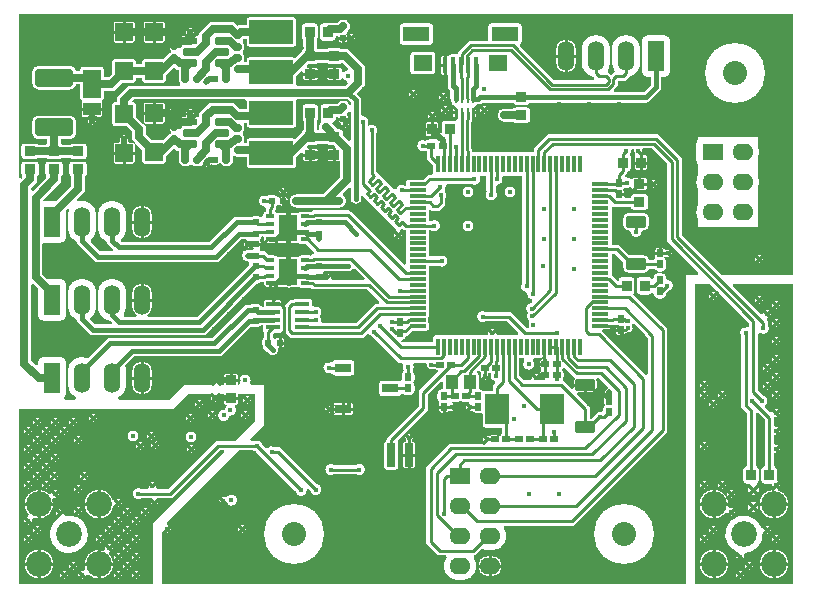
<source format=gtl>
G04 ================== begin FILE IDENTIFICATION RECORD ==================*
G04 Layout Name:  C:/Users/adamf/Desktop/TDP4/PCB_fix_silkscreen/datalogger.brd*
G04 Film Name:    TOP_COPPER*
G04 File Format:  Gerber RS274X*
G04 File Origin:  Cadence Allegro -unreleased*
G04 Origin Date:  Tue Mar 23 19:20:18 2021*
G04 *
G04 Layer:  VIA CLASS/TOP*
G04 Layer:  PIN/TOP*
G04 Layer:  ETCH/TOP*
G04 *
G04 Offset:    (0.00 0.00)*
G04 Mirror:    No*
G04 Mode:      Positive*
G04 Rotation:  0*
G04 FullContactRelief:  No*
G04 UndefLineWidth:     6.00*
G04 ================== end FILE IDENTIFICATION RECORD ====================*
%FSLAX25Y25*MOIN*%
%IR0*IPPOS*OFA0.00000B0.00000*MIA0B0*SFA1.00000B1.00000*%
%AMMACRO15*
4,1,40,.06299,-.01969,
.06299,.01969,
.062841,.021399,
.062397,.023055,
.061672,.02461,
.060688,.026015,
.059475,.027228,
.05807,.028212,
.056515,.028937,
.054859,.029381,
.05315,.02953,
-.05315,.02953,
-.054859,.029381,
-.056515,.028937,
-.05807,.028212,
-.059475,.027228,
-.060688,.026015,
-.061672,.02461,
-.062397,.023055,
-.062841,.021399,
-.06299,.01969,
-.06299,-.01969,
-.062841,-.021399,
-.062397,-.023055,
-.061672,-.02461,
-.060688,-.026015,
-.059475,-.027228,
-.05807,-.028212,
-.056515,-.028937,
-.054859,-.029381,
-.05315,-.02953,
.05315,-.02953,
.054859,-.029381,
.056515,-.028937,
.05807,-.028212,
.059475,-.027228,
.060688,-.026015,
.061672,-.02461,
.062397,-.023055,
.062841,-.021399,
.06299,-.01969,
0.0*
%
%ADD15MACRO15*%
%AMMACRO49*
4,1,44,-.03346,.00984,
-.03346,-.00984,
-.033316,-.011549,
-.032873,-.013206,
-.032149,-.014761,
-.031166,-.016166,
-.029954,-.01738,
-.028549,-.018364,
-.026995,-.01909,
-.025339,-.019535,
-.02363,-.019685,
-.02362,-.01968,
.02362,-.01968,
.025329,-.019536,
.026986,-.019093,
.028541,-.018369,
.029946,-.017386,
.03116,-.016174,
.032144,-.014769,
.03287,-.013215,
.033315,-.011559,
.033465,-.00985,
.03346,-.00984,
.03346,.00984,
.033316,.011549,
.032873,.013206,
.032149,.014761,
.031166,.016166,
.029954,.01738,
.028549,.018364,
.026995,.01909,
.025339,.019535,
.02363,.019685,
.02362,.01968,
-.02362,.01968,
-.025329,.019536,
-.026986,.019093,
-.028541,.018369,
-.029946,.017386,
-.03116,.016174,
-.032144,.014769,
-.03287,.013215,
-.033315,.011559,
-.033465,.00985,
-.03346,.00984,
0.0*
%
%ADD49MACRO49*%
%ADD13O,.055X.1*%
%ADD14R,.055X.1*%
%ADD24C,.08*%
%AMMACRO29*
4,1,44,-.00531,-.01141,
.00531,-.01141,
.006199,-.011338,
.007061,-.011108,
.007871,-.010732,
.008602,-.01022,
.009234,-.00959,
.009747,-.008859,
.010125,-.008051,
.010356,-.007189,
.010435,-.0063,
.01043,-.00629,
.01043,.00629,
.010358,.007179,
.010128,.008041,
.009752,.008851,
.00924,.009582,
.00861,.010214,
.007879,.010727,
.007071,.011105,
.006209,.011336,
.00532,.011415,
.00531,.01141,
-.00531,.01141,
-.006199,.011338,
-.007061,.011108,
-.007871,.010732,
-.008602,.01022,
-.009234,.00959,
-.009747,.008859,
-.010125,.008051,
-.010356,.007189,
-.010435,.0063,
-.01043,.00629,
-.01043,-.00629,
-.010358,-.007179,
-.010128,-.008041,
-.009752,-.008851,
-.00924,-.009582,
-.00861,-.010214,
-.007879,-.010727,
-.007071,-.011105,
-.006209,-.011336,
-.00532,-.011415,
-.00531,-.01141,
0.0*
%
%ADD29MACRO29*%
%AMMACRO19*
4,1,44,.01141,-.00531,
.01141,.00531,
.011338,.006199,
.011108,.007061,
.010732,.007871,
.01022,.008602,
.00959,.009234,
.008859,.009747,
.008051,.010125,
.007189,.010356,
.0063,.010435,
.00629,.01043,
-.00629,.01043,
-.007179,.010358,
-.008041,.010128,
-.008851,.009752,
-.009582,.00924,
-.010214,.00861,
-.010727,.007879,
-.011105,.007071,
-.011336,.006209,
-.011415,.00532,
-.01141,.00531,
-.01141,-.00531,
-.011338,-.006199,
-.011108,-.007061,
-.010732,-.007871,
-.01022,-.008602,
-.00959,-.009234,
-.008859,-.009747,
-.008051,-.010125,
-.007189,-.010356,
-.0063,-.010435,
-.00629,-.01043,
.00629,-.01043,
.007179,-.010358,
.008041,-.010128,
.008851,-.009752,
.009582,-.00924,
.010214,-.00861,
.010727,-.007879,
.011105,-.007071,
.011336,-.006209,
.011415,-.00532,
.01141,-.00531,
0.0*
%
%ADD19MACRO19*%
%ADD11C,.01772*%
%AMMACRO22*
4,1,40,-.01771,-.01181,
.01771,-.01181,
.018736,-.01172,
.019731,-.011454,
.020665,-.011018,
.021509,-.010427,
.022237,-.009699,
.022828,-.008855,
.023264,-.007921,
.02353,-.006926,
.02362,-.0059,
.02362,.0059,
.02353,.006926,
.023264,.007921,
.022828,.008855,
.022237,.009699,
.021509,.010427,
.020665,.011018,
.019731,.011454,
.018736,.01172,
.01771,.01181,
-.01771,.01181,
-.018736,.01172,
-.019731,.011454,
-.020665,.011018,
-.021509,.010427,
-.022237,.009699,
-.022828,.008855,
-.023264,.007921,
-.02353,.006926,
-.02362,.0059,
-.02362,-.0059,
-.02353,-.006926,
-.023264,-.007921,
-.022828,-.008855,
-.022237,-.009699,
-.021509,-.010427,
-.020665,-.011018,
-.019731,-.011454,
-.018736,-.01172,
-.01771,-.01181,
0.0*
%
%ADD22MACRO22*%
%ADD10C,.08583*%
%ADD47R,.07874X.10236*%
%AMMACRO36*
4,1,44,-.00787,-.01141,
.00787,-.01141,
.008896,-.011325,
.009891,-.011059,
.010825,-.010623,
.011669,-.010032,
.012397,-.009304,
.012988,-.00846,
.013424,-.007526,
.01369,-.006531,
.01378,-.005505,
.01378,-.0055,
.01378,.0055,
.013691,.006526,
.013425,.007522,
.012991,.008456,
.012401,.0093,
.011673,.010029,
.010829,.010621,
.009896,.011057,
.008901,.011324,
.007875,.011415,
.00787,.01141,
-.00787,.01141,
-.008896,.011325,
-.009891,.011059,
-.010825,.010623,
-.011669,.010032,
-.012397,.009304,
-.012988,.00846,
-.013424,.007526,
-.01369,.006531,
-.01378,.005505,
-.01378,.0055,
-.01378,-.0055,
-.013691,-.006526,
-.013425,-.007522,
-.012991,-.008456,
-.012401,-.0093,
-.011673,-.010029,
-.010829,-.010621,
-.009896,-.011057,
-.008901,-.011324,
-.007875,-.011415,
-.00787,-.01141,
0.0*
%
%ADD36MACRO36*%
%AMMACRO34*
4,1,44,.01141,-.00787,
.01141,.00787,
.011325,.008896,
.011059,.009891,
.010623,.010825,
.010032,.011669,
.009304,.012397,
.00846,.012988,
.007526,.013424,
.006531,.01369,
.005505,.01378,
.0055,.01378,
-.0055,.01378,
-.006526,.013691,
-.007522,.013425,
-.008456,.012991,
-.0093,.012401,
-.010029,.011673,
-.010621,.010829,
-.011057,.009896,
-.011324,.008901,
-.011415,.007875,
-.01141,.00787,
-.01141,-.00787,
-.011325,-.008896,
-.011059,-.009891,
-.010623,-.010825,
-.010032,-.011669,
-.009304,-.012397,
-.00846,-.012988,
-.007526,-.013424,
-.006531,-.01369,
-.005505,-.01378,
-.0055,-.01378,
.0055,-.01378,
.006526,-.013691,
.007522,-.013425,
.008456,-.012991,
.0093,-.012401,
.010029,-.011673,
.010621,-.010829,
.011057,-.009896,
.011324,-.008901,
.011415,-.007875,
.01141,-.00787,
0.0*
%
%ADD34MACRO34*%
%ADD45R,.00787X.02756*%
%AMMACRO28*
4,1,44,-.01339,.0063,
.01339,.0063,
.013663,.006276,
.013928,.006204,
.014176,.006088,
.0144,.00593,
.014594,.005736,
.014751,.005511,
.014866,.005263,
.014937,.004998,
.01496,.004725,
.01496,.00472,
.01496,-.00472,
.014937,-.004993,
.014868,-.005258,
.014753,-.005507,
.014597,-.005733,
.014404,-.005927,
.01418,-.006086,
.013932,-.006203,
.013668,-.006275,
.013395,-.0063,
.01339,-.0063,
-.01339,-.0063,
-.013663,-.006276,
-.013928,-.006204,
-.014176,-.006088,
-.0144,-.00593,
-.014594,-.005736,
-.014751,-.005511,
-.014866,-.005263,
-.014937,-.004998,
-.01496,-.004725,
-.01496,-.00472,
-.01496,.00472,
-.014937,.004993,
-.014868,.005258,
-.014753,.005507,
-.014597,.005733,
-.014404,.005927,
-.01418,.006086,
-.013932,.006203,
-.013668,.006275,
-.013395,.0063,
-.01339,.0063,
0.0*
%
%ADD28MACRO28*%
%ADD30R,.14567X.07874*%
%AMMACRO48*
4,1,44,.03346,-.00984,
.03346,.00984,
.033316,.011549,
.032873,.013206,
.032149,.014761,
.031166,.016166,
.029954,.01738,
.028549,.018364,
.026995,.01909,
.025339,.019535,
.02363,.019685,
.02362,.01968,
-.02362,.01968,
-.025329,.019536,
-.026986,.019093,
-.028541,.018369,
-.029946,.017386,
-.03116,.016174,
-.032144,.014769,
-.03287,.013215,
-.033315,.011559,
-.033465,.00985,
-.03346,.00984,
-.03346,-.00984,
-.033316,-.011549,
-.032873,-.013206,
-.032149,-.014761,
-.031166,-.016166,
-.029954,-.01738,
-.028549,-.018364,
-.026995,-.01909,
-.025339,-.019535,
-.02363,-.019685,
-.02362,-.01968,
.02362,-.01968,
.025329,-.019536,
.026986,-.019093,
.028541,-.018369,
.029946,-.017386,
.03116,-.016174,
.032144,-.014769,
.03287,-.013215,
.033315,-.011559,
.033465,-.00985,
.03346,-.00984,
0.0*
%
%ADD48MACRO48*%
%ADD16R,.06X.06*%
%ADD39O,.07X.055*%
%ADD31R,.032X.038*%
%ADD12R,.038X.032*%
%ADD40R,.07X.055*%
%ADD32R,.05512X.0315*%
%AMMACRO26*
4,1,44,-.01141,.00531,
-.01141,-.00531,
-.011338,-.006199,
-.011108,-.007061,
-.010732,-.007871,
-.01022,-.008602,
-.00959,-.009234,
-.008859,-.009747,
-.008051,-.010125,
-.007189,-.010356,
-.0063,-.010435,
-.00629,-.01043,
.00629,-.01043,
.007179,-.010358,
.008041,-.010128,
.008851,-.009752,
.009582,-.00924,
.010214,-.00861,
.010727,-.007879,
.011105,-.007071,
.011336,-.006209,
.011415,-.00532,
.01141,-.00531,
.01141,.00531,
.011338,.006199,
.011108,.007061,
.010732,.007871,
.01022,.008602,
.00959,.009234,
.008859,.009747,
.008051,.010125,
.007189,.010356,
.0063,.010435,
.00629,.01043,
-.00629,.01043,
-.007179,.010358,
-.008041,.010128,
-.008851,.009752,
-.009582,.00924,
-.010214,.00861,
-.010727,.007879,
-.011105,.007071,
-.011336,.006209,
-.011415,.00532,
-.01141,.00531,
0.0*
%
%ADD26MACRO26*%
%ADD35R,.05807X.01181*%
%ADD23R,.04724X.02362*%
%AMMACRO20*
4,1,44,.00531,.01141,
-.00531,.01141,
-.006199,.011338,
-.007061,.011108,
-.007871,.010732,
-.008602,.01022,
-.009234,.00959,
-.009747,.008859,
-.010125,.008051,
-.010356,.007189,
-.010435,.0063,
-.01043,.00629,
-.01043,-.00629,
-.010358,-.007179,
-.010128,-.008041,
-.009752,-.008851,
-.00924,-.009582,
-.00861,-.010214,
-.007879,-.010727,
-.007071,-.011105,
-.006209,-.011336,
-.00532,-.011415,
-.00531,-.01141,
.00531,-.01141,
.006199,-.011338,
.007061,-.011108,
.007871,-.010732,
.008602,-.01022,
.009234,-.00959,
.009747,-.008859,
.010125,-.008051,
.010356,-.007189,
.010435,-.0063,
.01043,-.00629,
.01043,.00629,
.010358,.007179,
.010128,.008041,
.009752,.008851,
.00924,.009582,
.00861,.010214,
.007879,.010727,
.007071,.011105,
.006209,.011336,
.00532,.011415,
.00531,.01141,
0.0*
%
%ADD20MACRO20*%
%ADD44R,.01181X.05807*%
%ADD17R,.05906X.04134*%
%ADD46R,.01575X.05315*%
%ADD25R,.04724X.01772*%
%ADD38R,.09055X.05118*%
%AMMACRO21*
4,1,40,.01771,.01181,
-.01771,.01181,
-.018736,.01172,
-.019731,.011454,
-.020665,.011018,
-.021509,.010427,
-.022237,.009699,
-.022828,.008855,
-.023264,.007921,
-.02353,.006926,
-.02362,.0059,
-.02362,-.0059,
-.02353,-.006926,
-.023264,-.007921,
-.022828,-.008855,
-.022237,-.009699,
-.021509,-.010427,
-.020665,-.011018,
-.019731,-.011454,
-.018736,-.01172,
-.01771,-.01181,
.01771,-.01181,
.018736,-.01172,
.019731,-.011454,
.020665,-.011018,
.021509,-.010427,
.022237,-.009699,
.022828,-.008855,
.023264,-.007921,
.02353,-.006926,
.02362,-.0059,
.02362,.0059,
.02353,.006926,
.023264,.007921,
.022828,.008855,
.022237,.009699,
.021509,.010427,
.020665,.011018,
.019731,.011454,
.018736,.01172,
.01771,.01181,
0.0*
%
%ADD21MACRO21*%
%ADD43R,.03937X.04921*%
%AMMACRO42*
4,1,44,-.01141,.00787,
-.01141,-.00787,
-.011325,-.008896,
-.011059,-.009891,
-.010623,-.010825,
-.010032,-.011669,
-.009304,-.012397,
-.00846,-.012988,
-.007526,-.013424,
-.006531,-.01369,
-.005505,-.01378,
-.0055,-.01378,
.0055,-.01378,
.006526,-.013691,
.007522,-.013425,
.008456,-.012991,
.0093,-.012401,
.010029,-.011673,
.010621,-.010829,
.011057,-.009896,
.011324,-.008901,
.011415,-.007875,
.01141,-.00787,
.01141,.00787,
.011325,.008896,
.011059,.009891,
.010623,.010825,
.010032,.011669,
.009304,.012397,
.00846,.012988,
.007526,.013424,
.006531,.01369,
.005505,.01378,
.0055,.01378,
-.0055,.01378,
-.006526,.013691,
-.007522,.013425,
-.008456,.012991,
-.0093,.012401,
-.010029,.011673,
-.010621,.010829,
-.011057,.009896,
-.011324,.008901,
-.011415,.007875,
-.01141,.00787,
0.0*
%
%ADD42MACRO42*%
%ADD37R,.06299X.05512*%
%ADD27R,.05906X.09055*%
%AMMACRO41*
4,1,44,.00787,.01141,
-.00787,.01141,
-.008896,.011325,
-.009891,.011059,
-.010825,.010623,
-.011669,.010032,
-.012397,.009304,
-.012988,.00846,
-.013424,.007526,
-.01369,.006531,
-.01378,.005505,
-.01378,.0055,
-.01378,-.0055,
-.013691,-.006526,
-.013425,-.007522,
-.012991,-.008456,
-.012401,-.0093,
-.011673,-.010029,
-.010829,-.010621,
-.009896,-.011057,
-.008901,-.011324,
-.007875,-.011415,
-.00787,-.01141,
.00787,-.01141,
.008896,-.011325,
.009891,-.011059,
.010825,-.010623,
.011669,-.010032,
.012397,-.009304,
.012988,-.00846,
.013424,-.007526,
.01369,-.006531,
.01378,-.005505,
.01378,-.0055,
.01378,.0055,
.013691,.006526,
.013425,.007522,
.012991,.008456,
.012401,.0093,
.011673,.010029,
.010829,.010621,
.009896,.011057,
.008901,.011324,
.007875,.011415,
.00787,.01141,
0.0*
%
%ADD41MACRO41*%
%ADD33R,.02756X.07874*%
%ADD18R,.05906X.09449*%
%ADD50C,.01*%
%ADD51C,.02*%
%ADD52C,.015*%
%ADD53C,.025*%
%ADD54C,.01155*%
%ADD58O,.06504X.11004*%
%ADD56C,.02776*%
%ADD57C,.03776*%
%ADD55C,.09586*%
%ADD59C,.20004*%
G75*
%LPD*%
G75*
G36*
G01X-139499Y-100399D02*
Y-42000D01*
X-88400Y-42100D01*
X-83400Y-37100D01*
X-75710D01*
G02X-75394Y-37746I1J-400D01*
G03X-73206I1094J-854D01*
G02X-72890Y-37100I315J246D01*
G01X-71402D01*
Y-40200D01*
G03X-70900Y-40702I502J0D01*
G01X-70271D01*
Y-40997D01*
X-70346Y-41057D01*
G03X-71031Y-42248I1182J-1472D01*
G02X-71244Y-42418I-198J29D01*
G03X-69524Y-44582I-147J-1882D01*
G02X-69311Y-44412I198J-29D01*
G03X-67689Y-41351I147J1882D01*
G02X-67377Y-40702I312J249D01*
G01X-67100D01*
G03X-66598Y-40200I0J502D01*
G01Y-37100D01*
X-61000D01*
Y-46500D01*
X-67462Y-52962D01*
X-73886D01*
X-89814Y-68890D01*
X-93591D01*
G02X-93951Y-68315I0J400D01*
G03X-96449I-1249J606D01*
G02X-96809Y-68890I-360J-175D01*
G01X-98655D01*
G03Y-71892I-1145J-1501D01*
G01X-95903D01*
G02X-95589Y-72540I0J-400D01*
G03X-93409I1090J-859D01*
G02X-93095Y-71892I314J248D01*
G01X-88570D01*
X-72642Y-55964D01*
X-71430D01*
G02X-71147Y-56647I0J-400D01*
G01X-94906Y-80406D01*
X-95000Y-100399D01*
X-139499D01*
G37*
G36*
G01X68111Y42402D02*
G02X67795Y43047I0J400D01*
G03X68053Y44209I-1095J853D01*
G02X68443Y44698I390J89D01*
G01X71278D01*
X76498Y39478D01*
Y13778D01*
X86992Y3284D01*
G02X86709Y2602I-283J-282D01*
G01X82798D01*
Y-100399D01*
X-91998D01*
X-91919Y-83406D01*
G02X-91224Y-83137I400J-1D01*
G03X-90126Y-80814I1024J937D01*
G02X-90387Y-80132I22J399D01*
G01X-66220Y-55964D01*
X-61545D01*
G03X-60714Y-56325I1146J1501D01*
G01X-60651Y-56335D01*
X-47454Y-69532D01*
X-47444Y-69595D01*
G03X-43701Y-69121I1862J314D01*
G02X-43019Y-68804I399J34D01*
G01X-42572Y-69251D01*
X-42562Y-69314D01*
G03X-40386Y-67138I1862J314D01*
G01X-40449Y-67128D01*
X-52647Y-54930D01*
X-54255D01*
G03X-56869Y-55245I-1145J-1501D01*
G02X-57463Y-55277I-311J251D01*
G01X-58528Y-54212D01*
X-58538Y-54149D01*
G03X-61494Y-52924I-1862J-314D01*
G01X-61546Y-52962D01*
X-62251D01*
G02X-62534Y-52279I0J400D01*
G01X-57998Y-47743D01*
Y-34098D01*
X-62293D01*
G02X-62644Y-33506I0J400D01*
G03X-65956I-1656J906D01*
G02X-66307Y-34098I-351J-192D01*
G01X-66598D01*
Y-31000D01*
G03X-67100Y-30498I-502J0D01*
G01X-70900D01*
G03X-71402Y-31000I0J-502D01*
G01Y-34098D01*
X-72489D01*
G02X-72805Y-33453I0J400D01*
G03X-74995I-1095J853D01*
G02X-75311Y-34098I-316J-245D01*
G01X-84643D01*
X-89641Y-39096D01*
X-106309Y-39063D01*
G02X-106486Y-38305I1J400D01*
G03X-103848Y-34050I-2114J4256D01*
G01Y-29550D01*
G03X-104188Y-27786I-4752J-1D01*
G01X-104237Y-27664D01*
X-101125Y-24552D01*
X-72258D01*
X-62367Y-14660D01*
X-62224D01*
G03X-61330Y-14954I896J1219D01*
G01X-60070D01*
G03X-58778Y-14227I-1J1513D01*
G01X-58720Y-14132D01*
X-58384D01*
Y-15826D01*
G03X-58010Y-16606I1001J0D01*
G01Y-18209D01*
G03X-58554Y-19370I969J-1162D01*
G01Y-20630D01*
G03X-58295Y-21476I1513J1D01*
G01X-58260Y-21526D01*
Y-21705D01*
X-56827Y-23139D01*
X-56812Y-23173D01*
G03X-53224Y-22105I1723J772D01*
G02X-52829Y-21642I395J63D01*
G01X-52159D01*
G03X-51146Y-20630I0J1013D01*
G01Y-19370D01*
G03X-52159Y-18358I-1013J-1D01*
G01X-53223D01*
G03X-53994Y-18714I0J-1013D01*
G02X-54649Y-18646I-304J260D01*
G03X-55008Y-18209I-1328J-725D01*
G01Y-17049D01*
X-54785Y-16826D01*
X-52659D01*
G03X-51658Y-15825I0J1001D01*
G01Y-14051D01*
G03X-51738Y-13660I-1001J-1D01*
G03X-51658Y-13266I-921J392D01*
G01Y-11494D01*
G03X-51738Y-11100I-1001J2D01*
G03X-51658Y-10706I-921J392D01*
G01Y-8934D01*
G03X-52158Y-8067I-1002J0D01*
G01Y-6375D01*
G03X-52659Y-5874I-501J0D01*
G01X-57383D01*
G03X-57884Y-6375I0J-501D01*
G01Y-8067D01*
G03X-57887Y-8068I315J-951D01*
G01X-58633D01*
X-58686Y-7949D01*
G03X-60070Y-7046I-1385J-610D01*
G01X-61330D01*
G03X-62224Y-7340I2J-1513D01*
G01X-64117D01*
X-75226Y-18448D01*
X-109975D01*
X-116714Y-25187D01*
X-116836Y-25138D01*
G03X-123352Y-29550I-1764J-4412D01*
G01Y-34050D01*
G03X-120766Y-38279I4751J0D01*
G02X-120950Y-39035I-183J-356D01*
G01X-124294Y-39028D01*
G02X-124552Y-38324I1J400D01*
G03X-123848Y-36800I-1298J1524D01*
G01Y-26800D01*
G03X-125850Y-24798I-2002J0D01*
G01X-131350D01*
G03X-133352Y-26800I0J-2002D01*
G01Y-27399D01*
G02X-134034Y-27682I-400J0D01*
G01X-135548Y-26167D01*
Y-751D01*
G02X-134866Y-468I400J0D01*
G01X-133352Y-1983D01*
Y-10800D01*
G03X-131350Y-12802I2002J0D01*
G01X-125850D01*
G03X-123848Y-10800I0J2002D01*
G01Y-800D01*
G03X-125850Y1202I-2002J0D01*
G01X-130167D01*
X-131848Y2883D01*
Y12801D01*
G02X-131432Y13200I400J0D01*
G03X-131350Y13198I90J2000D01*
G01X-125850D01*
G03X-123848Y15200I0J2002D01*
G01Y24017D01*
X-123127Y24739D01*
X-122888Y24501D01*
X-122944Y24375D01*
G03X-123352Y22450I4344J-1926D01*
G01Y17950D01*
G03X-120352Y13533I4752J0D01*
G01Y13175D01*
X-114025Y6848D01*
X-73274D01*
X-65583Y14540D01*
X-64494D01*
G02X-64227Y13842I0J-400D01*
G03X-62560Y11635I927J-1033D01*
G02X-62059Y11574I213J-338D01*
G03X-61782Y11371I729J704D01*
G01X-61672Y11316D01*
Y10999D01*
G03X-61702Y10992I329J-1480D01*
G01X-63309D01*
G03Y6990I0J-2001D01*
G01X-63162D01*
G02X-62779Y6475I0J-400D01*
G03X-62842Y6041I1450J-432D01*
G01Y5941D01*
X-80232Y-11448D01*
X-96516D01*
G02X-96744Y-10720I0J400D01*
G03X-95348Y-8050I-1855J2670D01*
G01Y-3550D01*
G03X-101852I-3252J0D01*
G01Y-8050D01*
G03X-100456Y-10720I3251J0D01*
G02X-100684Y-11448I-228J-328D01*
G01X-104411D01*
G02X-104736Y-10816I0J400D01*
G03X-103848Y-8050I-3864J2766D01*
G01Y-3550D01*
G03X-113352I-4752J0D01*
G01Y-8050D01*
G03X-109170Y-12767I4751J0D01*
G01X-109102Y-12775D01*
X-108611Y-13266D01*
G02X-108894Y-13948I-283J-282D01*
G01X-114375D01*
X-115836Y-12487D01*
G02X-115790Y-11881I283J283D01*
G03X-113848Y-8050I-2810J3832D01*
G01Y-3550D01*
G03X-123352I-4752J0D01*
G01Y-8050D01*
G03X-120352Y-12467I4752J0D01*
G01Y-12925D01*
X-115825Y-17452D01*
X-77464D01*
X-60366Y-354D01*
X-60070D01*
G03X-58909Y190I-1J1513D01*
G01X-57944D01*
Y-710D01*
G03X-57285Y-1370I659J-1D01*
G01X-54607D01*
G03X-53953Y-789I0J659D01*
G01X-53932Y-613D01*
X-53554D01*
Y-928D01*
G03X-53053Y-1429I501J0D01*
G01X-50429D01*
G03X-48569I930J1030D01*
G01X-47147D01*
G03X-46933Y-1381I0J501D01*
G02X-46462Y-1478I171J-362D01*
G03X-45594Y-1870I869J767D01*
G01X-42915D01*
G03X-42497Y-1792I0J1158D01*
G01X-42375Y-1745D01*
X-41819Y-2302D01*
X-23523D01*
X-19392Y-6433D01*
G02X-19674Y-7116I-283J-283D01*
G01X-20861D01*
X-27183Y-13438D01*
X-38488D01*
G02X-38871Y-12923I0J400D01*
G03X-39291Y-11100I-1808J543D01*
G03X-41287Y-8033I-1388J1280D01*
G02X-41816Y-7654I-129J379D01*
G01Y-6375D01*
G03X-42817Y-5374I-1001J0D01*
G01X-47541D01*
G03X-48331Y-5760I0J-1001D01*
G01X-49163D01*
X-51002Y-7598D01*
Y-16522D01*
X-49122Y-18402D01*
X-24878D01*
X-23567Y-17091D01*
G02X-22911Y-17230I283J-283D01*
G03X-21464Y-18412I1761J680D01*
G01X-21401Y-18422D01*
X-13053Y-26770D01*
X-11943D01*
G02X-11586Y-27350I0J-400D01*
G03X-11447Y-29282I1686J-850D01*
G01X-11411Y-29397D01*
X-11481Y-29549D01*
G03X-12042Y-30761I1031J-1213D01*
G01Y-32337D01*
G03X-12039Y-32447I1592J-12D01*
G02X-12618Y-32831I-399J-27D01*
G03X-13070Y-32724I-450J-894D01*
G01X-18582D01*
G03X-19584Y-33725I0J-1002D01*
G01Y-36875D01*
G03X-18584Y-37876I1001J0D01*
G01X-13070D01*
G03X-12171Y-37316I0J1002D01*
G02X-11538Y-37200I359J-176D01*
G03X-10450Y-37630I1089J1163D01*
G01X-9350D01*
G03X-7758Y-36039I0J1592D01*
G01Y-34461D01*
G03X-8164Y-33400I-1592J-1D01*
G03X-7758Y-32339I-1186J1062D01*
G01Y-30761D01*
G03X-8319Y-29549I-1592J-1D01*
G01X-8389Y-29397D01*
X-8353Y-29282D01*
G03X-8214Y-27350I-1547J1082D01*
G02X-7857Y-26770I357J180D01*
G01X-3950D01*
G02X-3561Y-27267I1J-400D01*
G03X-1410Y-28731I1347J-333D01*
G02X-1130Y-28779I116J-163D01*
G03X-237Y-29242I893J630D01*
G01X1D01*
G02X143Y-29584I1J-200D01*
G01X-6402Y-36128D01*
Y-41335D01*
X-17008Y-51941D01*
Y-52558D01*
X-17154Y-52598D01*
G03X-17886Y-53563I270J-965D01*
G01Y-61437D01*
G03X-16886Y-62438I1001J0D01*
G01X-14128D01*
G03X-13126Y-61437I0J1002D01*
G01Y-53563D01*
G03X-13408Y-52867I-1002J-1D01*
G01X-13545Y-52725D01*
X-3398Y-42579D01*
Y-37372D01*
X1047Y-32927D01*
G02X1730Y-33209I283J-283D01*
G01Y-35520D01*
X1450D01*
G03X-142Y-37111I0J-1592D01*
G01Y-38688D01*
G03X485Y-39954I1592J0D01*
G01X564Y-40113D01*
X532Y-40221D01*
G03X358Y-40812I918J-591D01*
G01Y-42387D01*
G03X1450Y-43480I1093J0D01*
G01X2550D01*
G03X3466Y-42982I-1J1093D01*
G02X3980Y-42842I335J-218D01*
G03X4850Y-40235I620J1242D01*
G02X4900Y-39838I36J197D01*
G03X5013Y-39842I113J1588D01*
G01X6589D01*
G03X7650Y-39436I-1J1592D01*
G03X8711Y-39842I1062J1186D01*
G01X10287D01*
G03X10400Y-39838I0J1592D01*
G02X10450Y-40235I14J-200D01*
G03X11320Y-42842I250J-1365D01*
G02X11834Y-42982I179J-358D01*
G03X12750Y-43480I917J595D01*
G01X13850D01*
G03X14331Y-43368I-1J1093D01*
G02X14906Y-43727I175J-359D01*
G01Y-47418D01*
G03X15908Y-48420I1002J0D01*
G01X21248D01*
Y-50327D01*
G03X20696Y-50785I715J-1423D01*
G01X20537Y-50864D01*
X20429Y-50832D01*
G03X19838Y-50658I-591J-918D01*
G01X18263D01*
G03X17370Y-51121I0J-1093D01*
G02X17090Y-51169I-164J115D01*
G03X15191Y-53153I-804J-1131D01*
G02X14875Y-53798I-316J-245D01*
G01X3778D01*
X-3852Y-61428D01*
Y-86972D01*
X78Y-90902D01*
X2612D01*
G02X2925Y-91550I0J-400D01*
G03X6650Y-99252I3725J-2950D01*
G01X8150D01*
G03X11875Y-91550I0J4752D01*
G02X12188Y-90902I313J248D01*
G01X12372D01*
X14523Y-88751D01*
X14649Y-88810D01*
G03X16650Y-89252I2001J4310D01*
G01X18150D01*
G03X21946Y-81642I0J4752D01*
G02X22265Y-81002I320J240D01*
G01X45222D01*
X76402Y-49822D01*
Y-15178D01*
X65070Y-3847D01*
X65211Y-3706D01*
G03X65502Y-3000I-711J706D01*
G01Y800D01*
G03X64500Y1802I-1002J0D01*
G01X61300D01*
G03X60298Y800I0J-1002D01*
G01Y638D01*
G02X59957Y497I-200J1D01*
G01X58054Y2401D01*
X58064Y2496D01*
G03X58070Y2604I-995J109D01*
G01Y3784D01*
G03X57989Y4178I-1001J-1D01*
G03X58070Y4572I-920J395D01*
G01Y5754D01*
G03X57989Y6147I-1001J-2D01*
G03X58070Y6540I-920J395D01*
G01Y7722D01*
G03X57989Y8116I-1001J-1D01*
G03X58070Y8510I-920J395D01*
G01Y9568D01*
X59144D01*
X61752Y6959D01*
Y5128D01*
G03X63737Y3144I1985J1D01*
G01X68463D01*
G03X70317Y4420I0J1985D01*
G01X70366Y4548D01*
X72027D01*
G03X73450Y3670I1423J714D01*
G01X74550D01*
G03X76142Y5261I0J1592D01*
G01Y6838D01*
G03X75515Y8104I-1592J0D01*
G01X75436Y8263D01*
X75468Y8371D01*
G03X75543Y8508I-918J592D01*
G02X75835Y8592I182J-83D01*
G03X75980Y10992I765J1158D01*
G02X75466Y11132I-179J358D01*
G03X74550Y11630I-917J-595D01*
G01X73450D01*
G03X72358Y10539I0J-1092D01*
G01Y8962D01*
G03X72532Y8371I1092J0D01*
G01X72564Y8263D01*
X72485Y8104D01*
G03X72027Y7552I965J-1267D01*
G01X71132D01*
X71069Y7614D01*
X70384D01*
X70338Y7749D01*
G03X68463Y9082I-1875J-652D01*
G01X63876D01*
X60388Y12570D01*
X58070D01*
Y13628D01*
G03X57989Y14022I-1001J-1D01*
G03X58070Y14416I-920J395D01*
G01Y15596D01*
G03X57989Y15990I-1001J-1D01*
G03X58070Y16384I-920J395D01*
G01Y17564D01*
G03X57989Y17958I-1001J-1D01*
G03X58070Y18352I-920J395D01*
G01Y19534D01*
G03X57989Y19927I-1001J-2D01*
G03X58070Y20320I-920J395D01*
G01Y21502D01*
G03X57989Y21896I-1001J-1D01*
G03X58070Y22290I-920J395D01*
G01Y23470D01*
G03X57989Y23864I-1001J-1D01*
G03X58070Y24258I-920J395D01*
G01Y25215D01*
G02X58411Y25356I200J0D01*
G01X58469Y25298D01*
X64287D01*
X64302Y25115D01*
G03X65300Y24198I998J85D01*
G01X69100D01*
G03X70102Y25200I0J1002D01*
G01Y28400D01*
G03X69100Y29402I-1002J0D01*
G01X65300D01*
G03X64302Y28485I0J-1002D01*
G01X64287Y28302D01*
X62341D01*
G02X61942Y28718I0J400D01*
G01Y30338D01*
G03X61768Y30929I-1092J0D01*
G01X61736Y31037D01*
X61815Y31196D01*
G03X62136Y31524I-966J1266D01*
G03X64137Y31823I765J1726D01*
G02X64798Y31521I261J-302D01*
G01Y31200D01*
G03X65300Y30698I502J0D01*
G01X69100D01*
G03X69602Y31200I0J502D01*
G01Y34400D01*
G03X69100Y34902I-502J0D01*
G01X65300D01*
G03X64869Y34656I1J-502D01*
G02X64241Y34579I-344J205D01*
G03X62839Y35137I-1341J-1329D01*
G02X62543Y35820I-13J400D01*
G01X63202Y36478D01*
Y36903D01*
X63385Y37102D01*
G03X64302Y38100I-85J998D01*
G01Y41900D01*
G03X64042Y42572I-1002J-1D01*
G03X64559Y44229I-1342J1328D01*
G02X64953Y44698I394J69D01*
G01X64957D01*
G02X65347Y44209I0J-400D01*
G03X65769Y42870I1353J-310D01*
G02X65767Y42275I-268J-297D01*
G03X65598Y41900I333J-376D01*
G01Y38100D01*
G03X66100Y37598I502J0D01*
G01X69300D01*
G03X69802Y38100I0J502D01*
G01Y41900D01*
G03X69300Y42402I-502J0D01*
G01X68111D01*
G37*
G36*
G01X94626Y2602D02*
X81302Y15926D01*
Y41522D01*
X73322Y49502D01*
X36578D01*
X32042Y44965D01*
Y43470D01*
X11422D01*
Y44565D01*
X11188Y44799D01*
Y53637D01*
X11386Y53835D01*
Y54956D01*
X12246D01*
G03X12748Y55457I1J501D01*
G01Y58213D01*
G03X12690Y58447I-501J0D01*
G02X12816Y58963I354J187D01*
G03X13127Y59309I-569J824D01*
G01X13184Y59414D01*
X14222D01*
X14822Y60014D01*
X24952D01*
X24995Y59872D01*
G03X25953Y59164I958J294D01*
G01X29753D01*
G03X30711Y59872I0J1002D01*
G01X30754Y60014D01*
X70090D01*
X74452Y64375D01*
Y68456D01*
X75450D01*
G03X77452Y70457I0J2002D01*
G01Y80457D01*
G03X75450Y82458I-2001J0D01*
G01X69950D01*
G03X67948Y80457I0J-2002D01*
G01Y70457D01*
G03X69950Y68456I2001J0D01*
G01X70948D01*
Y65825D01*
X68640Y63516D01*
X58778D01*
G02X58495Y64199I0J400D01*
G01X59952Y65656D01*
Y67127D01*
X60072Y67248D01*
X62322D01*
X63619Y68545D01*
X63678Y68557D01*
G03X67452Y73207I-978J4650D01*
G01Y77707D01*
G03X57948I-4752J0D01*
G01Y73207D01*
G03X58914Y70336I4752J1D01*
G01X57700Y69122D01*
X57012Y69811D01*
G03X56766Y70009I-1059J-1064D01*
G02X56651Y70567I217J336D01*
G03X57452Y73207I-3950J2640D01*
G01Y77707D01*
G03X47948I-4752J0D01*
G01Y73207D01*
G03X51722Y68557I4752J0D01*
G01X51781Y68545D01*
X52241Y68084D01*
G02X51958Y67402I-283J-282D01*
G01X38744D01*
X27372Y78774D01*
G02X27437Y79392I283J283D01*
G03X27893Y80232I-546J840D01*
G01Y85350D01*
G03X26892Y86352I-1002J0D01*
G01X17836D01*
G03X16835Y85350I1J-1002D01*
G01Y80602D01*
X10278D01*
X6598Y76922D01*
Y76018D01*
X4254D01*
G03X3379Y75505I0J-1002D01*
G03X3270Y75517I-109J-490D01*
G01X1694D01*
G03X1193Y75016I1J-501D01*
G01Y69700D01*
G03X1694Y69199I502J0D01*
G01X3290D01*
Y64875D01*
X4196Y63969D01*
Y61165D01*
G03X4515Y60156I1751J-1D01*
G01X4552Y60105D01*
Y59787D01*
G03X4984Y58963I1002J0D01*
G02X5110Y58447I-228J-329D01*
G03X5052Y58213I443J-234D01*
G01Y55457D01*
G03X5554Y54956I501J0D01*
G01X6414D01*
Y54339D01*
G02X5896Y53957I-400J0D01*
G03X5600Y54002I-297J-957D01*
G01X2400D01*
G03X1398Y53000I0J-1002D01*
G01Y50122D01*
G02X968Y49723I-400J0D01*
G03X582Y49699I-108J-1384D01*
G02X102Y50090I-80J392D01*
G01Y53000D01*
G03X-400Y53502I-502J0D01*
G01X-3600D01*
G03X-4102Y53000I0J-502D01*
G01Y49200D01*
G03X-3600Y48698I502J0D01*
G01X-927D01*
G02X-527Y48308I0J-400D01*
G03X-513Y48146I1387J38D01*
G02X-1001Y47701I-396J-56D01*
G03X-1363Y47742I-359J-1551D01*
G01X-2937D01*
G03X-4086Y47252I0J-1592D01*
G03Y43948I-914J-1652D01*
G03X-3652Y43627I1150J1101D01*
G01Y41171D01*
X-1514Y39034D01*
Y36662D01*
G03X-1494Y36460I1002J-3D01*
G02X-1885Y35980I-391J-80D01*
G01X-3428D01*
X-5094Y34314D01*
X-9668D01*
G03X-10670Y33312I-1J-1001D01*
G01Y32334D01*
X-11152D01*
X-11197Y32358D01*
G03X-13924Y31186I-903J-1658D01*
G02X-14594Y31006I-387J103D01*
G01X-20520Y36933D01*
Y49666D01*
G03X-23113Y52293I-1580J1034D01*
G01X-23162Y52262D01*
X-23420D01*
Y52535D01*
X-23391Y52583D01*
G03X-25081Y55457I-1609J988D01*
G02X-25498Y55857I-17J400D01*
G01Y61411D01*
X-27033Y62946D01*
X-24248Y65731D01*
Y72233D01*
X-29208Y77192D01*
G03X-31529Y77730I-1592J-1592D01*
G01X-31560Y77720D01*
X-31810D01*
X-31868Y77778D01*
G03X-32575Y78070I-707J-710D01*
G01X-36375D01*
G03X-37136Y77720I0J-1002D01*
G01X-39814D01*
G03X-40115Y77958I-760J-652D01*
G01X-40224Y78014D01*
Y80533D01*
X-40448Y80758D01*
Y80814D01*
G03X-40098Y81575I-652J761D01*
G01Y85375D01*
G03X-41100Y86376I-1001J0D01*
G01X-44300D01*
G03X-45302Y85375I0J-1002D01*
G01Y81575D01*
G03X-44952Y80814I1002J0D01*
G01Y78892D01*
X-44726Y78667D01*
Y78014D01*
X-44835Y77958D01*
G03X-45376Y77086I460J-889D01*
G01X-45378Y77005D01*
X-47564Y74819D01*
X-47698Y74901D01*
G03X-48216Y75046I-519J-857D01*
G01X-62784D01*
G03X-63785Y74044I1J-1002D01*
G01Y73402D01*
X-64351D01*
G02X-64728Y73935I0J400D01*
G03X-64656Y74237I-1428J500D01*
G03Y75701I-2129J732D01*
G03X-65045Y76528I-1500J-200D01*
G02Y77072I293J272D01*
G03X-64656Y77899I-1111J1027D01*
G03Y79363I-2129J732D01*
G03X-65106Y80252I-1500J-201D01*
G02Y80828I278J288D01*
G03X-64802Y81242I-1050J1089D01*
G01X-63785D01*
Y79556D01*
G03X-62784Y78554I1002J0D01*
G01X-48216D01*
G03X-47215Y79556I-1J1002D01*
G01Y87430D01*
G03X-48216Y88432I-1002J0D01*
G01X-62784D01*
G03X-63785Y87430I1J-1002D01*
G01Y85744D01*
X-66674D01*
X-66834Y85584D01*
X-68081Y86832D01*
X-75990D01*
X-79552Y83270D01*
Y82571D01*
G02X-80085Y82194I-400J0D01*
G03X-80253Y82222I-165J-473D01*
G01X-81118D01*
G02X-81453Y82841I0J400D01*
G03X-83777I-1162J759D01*
G02X-84112Y82222I-335J-219D01*
G01X-84977D01*
G03X-85478Y81721I0J-501D01*
G01Y79359D01*
G03X-85395Y79082I501J-1D01*
G02X-85459Y78566I-334J-221D01*
G03X-85482Y78545I1062J-1186D01*
G02X-86158Y78835I-276J290D01*
G01Y79241D01*
G03X-87170Y80254I-1013J0D01*
G01X-88430D01*
G03X-89442Y79241I1J-1013D01*
G01Y78177D01*
G03X-88842Y77252I1013J0D01*
G02X-88832Y76892I-82J-182D01*
G03X-88879Y76867I1034J-2000D01*
G03X-89776Y76113I449J-1445D01*
G01X-89790Y76085D01*
X-91391Y74484D01*
X-91487Y74495D01*
G03X-91600Y74502I-118J-995D01*
G01X-97600D01*
G03X-98602Y73500I0J-1002D01*
G01Y72752D01*
X-100598D01*
Y73500D01*
G03X-101600Y74502I-1002J0D01*
G01X-107600D01*
G03X-108602Y73500I0J-1002D01*
G01Y69683D01*
X-109780Y68504D01*
X-111346D01*
Y70978D01*
G03X-112347Y71979I-1001J0D01*
G01X-118253D01*
G03X-119254Y70978I0J-1001D01*
G01Y70538D01*
X-120613D01*
X-120648Y70694D01*
G03X-122585Y72242I-1937J-438D01*
G01X-133215D01*
G03X-135200Y70256I0J-1985D01*
G01Y66318D01*
G03X-133215Y64332I1986J0D01*
G01X-122585D01*
G03X-120648Y65880I0J1986D01*
G01X-120613Y66036D01*
X-119254D01*
Y61528D01*
G03X-118765Y60668I1001J0D01*
G02X-118651Y60081I-204J-344D01*
G03X-118754Y59776I398J-304D01*
G01Y55642D01*
G03X-118253Y55140I502J0D01*
G01X-116754D01*
G02X-116429Y54508I0J-400D01*
G03X-114171I1129J-808D01*
G02X-113846Y55140I325J232D01*
G01X-112347D01*
G03X-111846Y55642I0J501D01*
G01Y59776D01*
G03X-111949Y60081I-501J1D01*
G02X-111835Y60668I318J243D01*
G03X-111346Y61528I-512J860D01*
G01Y64002D01*
X-107914D01*
X-105417Y66498D01*
X-101600D01*
G03X-100598Y67500I0J1002D01*
G01Y68248D01*
X-98602D01*
Y67500D01*
G03X-97600Y66498I1002J0D01*
G01X-91600D01*
G03X-90598Y67500I0J1002D01*
G01Y68908D01*
X-87800Y71707D01*
X-86902Y70808D01*
X-86376D01*
Y67860D01*
G03X-86100Y66781I2252J1D01*
G03X-85781Y66219I1445J449D01*
G02X-86078Y65552I-297J-267D01*
G01X-103083D01*
X-106852Y61783D01*
Y60102D01*
X-107600D01*
G03X-108602Y59100I0J-1002D01*
G01Y53100D01*
G03X-107600Y52098I1002J0D01*
G01X-103783D01*
X-101952Y50267D01*
Y47667D01*
X-101019Y46735D01*
X-101260Y46494D01*
X-101387Y46554D01*
G03X-101600Y46602I-214J-454D01*
G01X-103000D01*
G02X-103358Y47180I0J400D01*
G03X-105842I-1242J620D01*
G02X-106200Y46602I-358J-178D01*
G01X-107600D01*
G03X-108102Y46100I0J-502D01*
G01Y40100D01*
G03X-107600Y39598I502J0D01*
G01X-101600D01*
G03X-101098Y40100I0J502D01*
G01Y46100D01*
G03X-101146Y46313I-502J-1D01*
G01X-101206Y46440D01*
X-100965Y46681D01*
X-98602Y44317D01*
Y40500D01*
G03X-97600Y39498I1002J0D01*
G01X-91600D01*
G03X-90598Y40500I0J1002D01*
G01Y41908D01*
X-87800Y44707D01*
X-86902Y43808D01*
X-86376D01*
Y40860D01*
G03X-86100Y39781I2252J1D01*
G03X-84856Y38731I1445J450D01*
G03X-83392I732J2129D01*
G03X-82503Y39181I-201J1500D01*
G02X-81927I288J-278D01*
G03X-81038Y38731I1090J1050D01*
G03X-79574I732J2129D01*
G03X-78949Y38963I-201J1499D01*
G02X-78411Y38867I218J-335D01*
G03X-76002Y39209I1111J833D01*
G02X-75401Y39397I374J-142D01*
G03X-74826Y39218I575J834D01*
G01X-73762D01*
G03X-72837Y39818I0J1013D01*
G02X-72477Y39828I182J-82D01*
G03X-72452Y39781I2000J1034D01*
G03X-71208Y38731I1445J450D01*
G03X-69744I732J2129D01*
G03X-68500Y39781I-201J1500D01*
G03X-68224Y40860I-1976J1080D01*
G01Y42219D01*
X-67988D01*
X-67953Y42206D01*
G03X-67864Y42175I542J1412D01*
G03X-66785Y41900I1078J1976D01*
G01X-63785D01*
Y39170D01*
G03X-62784Y38168I1002J0D01*
G01X-48216D01*
G03X-47215Y39170I-1J1002D01*
G01Y41700D01*
X-45559Y43356D01*
G02X-44876Y43073I283J-283D01*
G01Y40868D01*
G03X-44375Y40366I502J0D01*
G01X-40575D01*
G03X-40074Y40868I0J501D01*
G01Y41246D01*
G02X-39383Y41521I400J0D01*
G03X-37522Y41377I1010J952D01*
G02X-36876Y41061I246J-316D01*
G01Y40868D01*
G03X-36375Y40366I502J0D01*
G01X-32452D01*
Y35233D01*
X-38233Y29452D01*
X-47200D01*
G03Y24948I0J-2252D01*
G01X-32900D01*
G03X-31608Y29044I0J2252D01*
G02X-31661Y29654I230J327D01*
G01X-29684Y31632D01*
G02X-29002Y31349I282J-283D01*
G01Y28706D01*
X-29015Y28671D01*
G03X-25485I1765J-671D01*
G01X-25498Y28706D01*
Y28882D01*
G02X-25157Y29023I200J0D01*
G01X-13869Y17735D01*
G02X-13961Y17100I-283J-283D01*
G03X-12445Y16973I661J-1220D01*
G02X-12481Y17571I247J315D01*
G01X-12006Y18046D01*
X-11323Y17364D01*
X-10670D01*
Y16384D01*
G03X-10589Y15990I1001J1D01*
G03X-10670Y15596I920J-395D01*
G01Y14416D01*
G03X-10589Y14022I1001J1D01*
G03X-10670Y13628I920J-395D01*
G01Y12446D01*
G03X-10589Y12053I1001J2D01*
G03X-10670Y11660I920J-395D01*
G01Y10478D01*
G03X-10589Y10084I1001J1D01*
G03X-10670Y9690I920J-395D01*
G01Y8510D01*
G03X-10589Y8116I1001J1D01*
G03X-10670Y7722I920J-395D01*
G01Y6540D01*
G03X-10589Y6147I1001J2D01*
G03X-10616Y6078I918J-399D01*
G02X-11277Y5925I-378J130D01*
G01X-29453Y24102D01*
X-41622D01*
X-42183Y23540D01*
X-42380D01*
X-42421Y23560D01*
G03X-42915Y23670I-493J-1049D01*
G01X-45593D01*
G03X-46462Y23278I0J-1159D01*
G02X-46933Y23181I-300J265D01*
G03X-47147Y23229I-214J-453D01*
G01X-53053D01*
G03X-53267Y23181I0J-501D01*
G02X-53738Y23278I-171J362D01*
G03X-54298Y23628I-869J-767D01*
G01X-54445Y23669D01*
Y23908D01*
X-53916Y24436D01*
Y25409D01*
G03X-53558Y25846I-971J1161D01*
G02X-52903Y25914I351J-192D01*
G03X-52132Y25558I771J657D01*
G01X-51068D01*
G03X-50056Y26570I-1J1012D01*
G01Y27830D01*
G03X-50462Y28641I-1013J0D01*
G02X-50530Y29216I240J320D01*
G03X-52670I-1070J884D01*
G02X-52738Y28641I-308J-255D01*
G03X-52903Y28486I607J-811D01*
G02X-53558Y28554I-304J260D01*
G03X-54886Y29342I-1328J-725D01*
G01X-55950D01*
G03X-57038Y28880I0J-1513D01*
G03X-57857Y25312I-862J-1680D01*
G02X-57448Y24913I9J-400D01*
G01Y23669D01*
X-57594Y23628D01*
G03X-58444Y22510I309J-1117D01*
G01Y22108D01*
G02X-59100Y21801I-400J0D01*
G03X-60070Y22154I-971J-1160D01*
G01X-61330D01*
G03X-62224Y21860I2J-1513D01*
G01X-67815D01*
X-76224Y13452D01*
X-105625D01*
X-105750Y13577D01*
G02X-105711Y14178I282J283D01*
G03X-103848Y17950I-2889J3773D01*
G01Y22450D01*
G03X-113352I-4752J0D01*
G01Y17950D01*
G03X-110352Y13533I4752J0D01*
G01Y13225D01*
X-108161Y11034D01*
G02X-108444Y10352I-283J-282D01*
G01X-112575D01*
X-115779Y13556D01*
G02X-115737Y14158I283J283D01*
G03X-113848Y17950I-2863J3793D01*
G01Y22450D01*
G03X-119756Y27059I-4752J0D01*
G02X-120136Y27729I-97J388D01*
G01X-117648Y30217D01*
Y35167D01*
X-117540Y35223D01*
G03X-116998Y36113I-460J890D01*
G01Y39313D01*
G03X-118000Y40314I-1001J0D01*
G01X-121800D01*
G03X-122802Y39313I0J-1002D01*
G01Y36113D01*
G03X-122260Y35223I1002J0D01*
G01X-122152Y35167D01*
Y32083D01*
X-127033Y27202D01*
X-131350D01*
G03X-131391Y27201I28J-2001D01*
G01X-131476Y27199D01*
X-131678Y27401D01*
X-125648Y33430D01*
Y35167D01*
X-125540Y35223D01*
G03X-124998Y36113I-460J890D01*
G01Y39313D01*
G03X-126000Y40314I-1001J0D01*
G01X-129800D01*
G03X-130802Y39313I0J-1002D01*
G01Y36113D01*
G03X-130543Y35441I1001J0D01*
G02X-130557Y34890I-297J-268D01*
G01X-134866Y30581D01*
G02X-135548Y30864I-282J283D01*
G01Y31530D01*
X-133648Y33430D01*
Y35167D01*
X-133540Y35223D01*
G03X-132998Y36113I-460J890D01*
G01Y39313D01*
G03X-134000Y40314I-1001J0D01*
G01X-137800D01*
G03X-138802Y39313I0J-1002D01*
G01Y36113D01*
G03X-138543Y35441I1001J0D01*
G02X-138557Y34890I-297J-268D01*
G01X-138816Y34631D01*
G02X-139499Y34914I-283J283D01*
G01Y89499D01*
X118499D01*
Y2602D01*
X94626D01*
G37*
G36*
G01X-91391Y47484D02*
X-91487Y47495D01*
G03X-91600Y47502I-118J-995D01*
G01X-95417D01*
X-97448Y49533D01*
Y52133D01*
X-98181Y52865D01*
X-97940Y53106D01*
X-97813Y53046D01*
G03X-97600Y52998I214J454D01*
G01X-91600D01*
G03X-91098Y53500I0J502D01*
G01Y54956D01*
G02X-90497Y55301I400J0D01*
G03Y57699I700J1199D01*
G02X-91098Y58044I-201J345D01*
G01Y59500D01*
G03X-91600Y60002I-502J0D01*
G01X-97600D01*
G03X-98102Y59500I0J-502D01*
G01Y53500D01*
G03X-98054Y53287I502J1D01*
G01X-97994Y53160D01*
X-98235Y52919D01*
X-100598Y55283D01*
Y59100D01*
G03X-101600Y60102I-1002J0D01*
G01X-101682D01*
G02X-101823Y60443I0J200D01*
G01X-101217Y61048D01*
X-64168D01*
G02X-63773Y60586I0J-400D01*
G03X-63785Y60430I990J-155D01*
G01Y57700D01*
X-65950D01*
X-68081Y59832D01*
X-75990D01*
X-79452Y56370D01*
Y55528D01*
G02X-80030Y55170I-400J0D01*
G03X-80253Y55222I-223J-452D01*
G01X-81103D01*
G02X-81438Y55841I0J400D01*
G03X-83762I-1162J759D01*
G02X-84097Y55222I-335J-219D01*
G01X-84977D01*
G03X-85478Y54721I0J-501D01*
G01Y52359D01*
G03X-85395Y52082I501J-1D01*
G02X-85459Y51566I-334J-221D01*
G03X-85482Y51545I1062J-1186D01*
G02X-86158Y51835I-276J290D01*
G01Y52241D01*
G03X-87170Y53254I-1013J0D01*
G01X-88430D01*
G03X-89442Y52241I1J-1013D01*
G01Y51177D01*
G03X-88842Y50252I1013J0D01*
G02X-88832Y49892I-82J-182D01*
G03X-88879Y49867I1034J-2000D01*
G03X-89776Y49113I449J-1445D01*
G01X-89790Y49085D01*
X-91391Y47484D01*
G37*
G36*
G01X-53267Y8581D02*
G02X-53738Y8678I-171J362D01*
G03X-54607Y9070I-869J-767D01*
G01X-56320D01*
X-57742Y10492D01*
X-58909D01*
G03X-59346Y10851I-1162J-969D01*
G02X-59414Y11506I192J351D01*
G03X-59058Y12277I-657J771D01*
G01Y13341D01*
G03X-59270Y13961I-1013J0D01*
G02X-59187Y14531I316J245D01*
G03X-58635Y15282I-884J1228D01*
G01X-58589Y15418D01*
X-58327D01*
G02X-57933Y14949I0J-400D01*
G03X-57944Y14832I648J-120D01*
G01Y13890D01*
G03X-57285Y13230I659J-1D01*
G01X-54713D01*
X-54699Y13227D01*
G03X-53739Y13440I199J1374D01*
G02X-53465Y13386I109J-167D01*
G03X-53053Y13171I412J287D01*
G01X-47147D01*
G03X-46933Y13219I0J501D01*
G02X-46462Y13122I171J-362D01*
G03X-45593Y12730I869J767D01*
G01X-43880D01*
X-41235Y10084D01*
G02X-41518Y9402I-283J-282D01*
G01X-41919D01*
X-42375Y8945D01*
X-42497Y8992D01*
G03X-42915Y9070I-418J-1080D01*
G01X-45593D01*
G03X-46462Y8678I0J-1159D01*
G02X-46933Y8581I-300J265D01*
G03X-47147Y8629I-214J-453D01*
G01X-53053D01*
G03X-53267Y8581I0J-501D01*
G37*
G36*
G01X-64351Y46402D02*
G02X-64728Y46935I0J400D01*
G03X-64656Y47237I-1428J500D01*
G03Y48701I-2129J732D01*
G03X-65045Y49528I-1500J-200D01*
G02Y50072I293J272D01*
G03X-64656Y50899I-1111J1027D01*
G03Y52363I-2129J732D01*
G03X-64728Y52665I-1500J-198D01*
G02X-64351Y53198I377J133D01*
G01X-63785D01*
Y52556D01*
G03X-62784Y51554I1002J0D01*
G01X-48216D01*
G03X-47215Y52556I-1J1002D01*
G01Y60430D01*
G03X-47227Y60586I-1002J1D01*
G02X-46832Y61048I395J62D01*
G01X-30089D01*
X-29002Y59961D01*
Y59094D01*
X-29361D01*
X-29396Y59249D01*
G03X-30421Y60353I-1474J-341D01*
G03X-32579I-1079J-1976D01*
G03X-33472Y59606I449J-1445D01*
G01X-36543D01*
X-36780Y59370D01*
X-38100D01*
G03X-39102Y58368I0J-1002D01*
G01Y54568D01*
G03X-38931Y54009I1002J1D01*
G02X-38982Y53502I-332J-223D01*
G03X-39464Y50999I1582J-1603D01*
G02X-39647Y50720I-183J-79D01*
G01X-39810D01*
X-39868Y50778D01*
G03X-40115Y50958I-707J-710D01*
G01X-40224Y51014D01*
Y53830D01*
G03X-39898Y54568I-675J739D01*
G01Y58368D01*
G03X-40900Y59370I-1002J0D01*
G01X-44100D01*
G03X-45102Y58368I0J-1002D01*
G01Y54568D01*
G03X-44752Y53807I1002J0D01*
G01Y51885D01*
X-44726Y51860D01*
Y51014D01*
X-44835Y50958D01*
G03X-45376Y50068I460J-889D01*
G01Y49907D01*
X-47520Y47763D01*
G03X-48216Y48046I-698J-719D01*
G01X-62784D01*
G03X-63785Y47044I1J-1002D01*
G01Y46402D01*
X-64351D01*
G37*
G36*
G01X-35212Y702D02*
G02X-35590Y1233I0J400D01*
G03X-37640Y2865I-1310J458D01*
G02X-38141Y2926I-213J338D01*
G03X-38214Y2994I-726J-706D01*
G02X-38146Y3649I260J304D01*
G03X-37976Y3758I-730J1325D01*
G01X-30706D01*
X-30671Y3744D01*
G03X-28346Y4599I671J1765D01*
G02X-27713Y4689I350J-193D01*
G01X-24408Y1384D01*
G02X-24691Y702I-283J-282D01*
G01X-35212D01*
G37*
G36*
G01X-40074Y43700D02*
Y44068D01*
G03X-40575Y44570I-502J0D01*
G01X-43380D01*
G02X-43663Y45252I0J400D01*
G01X-43048Y45866D01*
X-40575D01*
G03X-39814Y46216I0J1002D01*
G01X-37136D01*
G03X-36375Y45866I761J652D01*
G01X-34758D01*
X-34143Y45252D01*
G02X-34426Y44570I-283J-282D01*
G01X-36375D01*
G03X-36876Y44068I0J-501D01*
G01Y43885D01*
G02X-37522Y43569I-400J0D01*
G03X-39383Y43425I-851J-1096D01*
G02X-40074Y43700I-291J275D01*
G37*
G36*
G01X-46832Y65552D02*
G02X-47227Y66014I0J400D01*
G03X-47215Y66170I-990J155D01*
G01Y68800D01*
X-45559Y70456D01*
G02X-44876Y70173I283J-283D01*
G01Y67868D01*
G03X-44375Y67366I502J0D01*
G01X-40575D01*
G03X-40074Y67868I0J501D01*
G01Y68245D01*
G02X-39389Y68526I400J0D01*
G03X-37528Y68420I989J974D01*
G02X-36876Y68109I252J-311D01*
G01Y67868D01*
G03X-36375Y67366I502J0D01*
G01X-32575D01*
G03X-32074Y67868I0J501D01*
G01Y68178D01*
X-31749D01*
X-31694Y68067D01*
G03X-30234Y67027I1694J833D01*
G02X-30001Y66347I-50J-397D01*
G01X-30797Y65552D01*
X-46832D01*
G37*
G36*
G01X-32074Y70460D02*
Y71068D01*
G03X-32575Y71570I-502J0D01*
G01X-36375D01*
G03X-36876Y71068I0J-501D01*
G01Y70891D01*
G02X-37528Y70580I-400J0D01*
G03X-39389Y70474I-872J-1080D01*
G02X-40074Y70755I-285J281D01*
G01Y71068D01*
G03X-40575Y71570I-502J0D01*
G01X-43480D01*
G02X-43763Y72252I0J400D01*
G01X-43148Y72866D01*
X-40575D01*
G03X-39814Y73216I0J1002D01*
G01X-37136D01*
G03X-36375Y72866I761J652D01*
G01X-32575D01*
G03X-31868Y73158I0J1002D01*
G01X-31810Y73216D01*
X-31601D01*
X-29851Y71467D01*
G02X-30110Y70785I-283J-283D01*
G03X-31381Y70187I111J-1885D01*
G02X-32074Y70460I-293J273D01*
G37*
G36*
G01X-29002Y47444D02*
G02X-29684Y47161I-400J0D01*
G01X-31574Y49051D01*
Y50068D01*
G03X-32575Y51070I-1002J0D01*
G01X-33385D01*
X-35200Y52884D01*
G02X-34917Y53566I283J282D01*
G01X-34900D01*
G03X-33898Y54568I0J1002D01*
G01Y55102D01*
X-33142D01*
Y54027D01*
G03X-32428Y53059I1013J0D01*
G02X-32287Y52860I-59J-191D01*
G03X-29894Y53757I1387J-60D01*
G03X-29858Y54027I-977J268D01*
G01Y55091D01*
G03X-30216Y55864I-1013J0D01*
G02X-30241Y56452I258J306D01*
G01X-30208Y56485D01*
X-30180Y56499D01*
G03X-29709Y56876I-691J1346D01*
G02X-29002Y56620I307J-256D01*
G01Y47444D01*
G37*
G36*
G01X-2860Y-13932D02*
G03X-3360Y-13065I-1001J0D01*
G01Y-12042D01*
G03X-2860Y-11176I-501J867D01*
G01Y-9994D01*
G03X-2941Y-9601I-1001J-2D01*
G03X-2860Y-9208I-920J395D01*
G01Y-8026D01*
G03X-2941Y-7632I-1001J-1D01*
G03X-2860Y-7238I-920J395D01*
G01Y-6058D01*
G03X-2941Y-5664I-1001J-1D01*
G03X-2860Y-5270I-920J395D01*
G01Y-4090D01*
G03X-2941Y-3696I-1001J-1D01*
G03X-2860Y-3302I-920J395D01*
G01Y-2120D01*
G03X-2941Y-1727I-1001J-2D01*
G03X-2860Y-1334I-920J395D01*
G01Y-152D01*
G03X-2941Y242I-1001J-1D01*
G03X-2860Y636I-920J395D01*
G01Y1816D01*
G03X-2941Y2210I-1001J-1D01*
G03X-2860Y2604I-920J395D01*
G01Y3784D01*
G03X-2941Y4178I-1001J-1D01*
G03X-2860Y4572I-920J395D01*
G01Y5552D01*
X-2129D01*
X-2110Y5570D01*
X216D01*
G03Y8730I1034J1580D01*
G01X-2860D01*
Y9690D01*
G03X-2941Y10084I-1001J-1D01*
G03X-2860Y10478I-920J395D01*
G01Y11660D01*
G03X-2941Y12053I-1001J-2D01*
G03X-2860Y12446I-920J395D01*
G01Y13628D01*
G03X-2941Y14022I-1001J-1D01*
G03X-2860Y14416I-920J395D01*
G01Y15596D01*
G03X-2941Y15990I-1001J-1D01*
G03X-2860Y16384I-920J395D01*
G01Y17364D01*
X-2179D01*
X-2131Y17334D01*
G03Y20552I988J1609D01*
G01X-2179Y20522D01*
X-2860D01*
Y21502D01*
G03X-2941Y21896I-1001J-1D01*
G03X-2860Y22290I-920J395D01*
G01Y23470D01*
G03X-2941Y23864I-1001J-1D01*
G03X-2862Y24193I-920J395D01*
G01X-2857Y24268D01*
X-2663Y24463D01*
X-2108Y23908D01*
X417D01*
X2498Y25989D01*
Y28112D01*
G03X2241Y30493I-1580J1034D01*
G02X2229Y30767I140J143D01*
G03X2656Y32347I-1429J1234D01*
G02X3049Y32820I393J73D01*
G01X11166D01*
G03X13950Y35109I1034J1580D01*
G02X14320Y35660I371J151D01*
G01X16214D01*
Y30572D01*
X16254Y30532D01*
Y30336D01*
X16225Y30288D01*
G03X19414Y30334I1609J-988D01*
G01Y31840D01*
X19374Y31880D01*
Y32112D01*
G02X19772Y32512I400J0D01*
G03X21513Y35109I-9J1888D01*
G02X21883Y35660I371J151D01*
G01X28104D01*
Y-155D01*
G03X29352Y-3171I1502J-1145D01*
G02X29696Y-3608I-54J-396D01*
G03X31304Y-5669I1878J-192D01*
G02X31529Y-6347I-58J-396D01*
G01X31049Y-6828D01*
X30986Y-6838D01*
G03X30039Y-10105I314J-1862D01*
G03X30321Y-12775I1461J-1196D01*
G02X30415Y-13291I-250J-312D01*
G03X30397Y-14677I1194J-709D01*
G02X30048Y-15272I-349J-195D01*
G01X29696D01*
X24310Y-9886D01*
X16092D01*
G03Y-12890I-1145J-1502D01*
G01X23066D01*
X26953Y-16777D01*
G02X26670Y-17460I-283J-283D01*
G01X19843D01*
G02X19450Y-16982I0J400D01*
G03X16791Y-17203I-1361J271D01*
G02X16573Y-17472I-187J-71D01*
G03X16416Y-17460I-155J-990D01*
G01X-512D01*
G03X-1514Y-18462I0J-1001D01*
G01Y-19864D01*
X-11813D01*
X-12256Y-19421D01*
X-12064Y-19229D01*
X-11993Y-19222D01*
G03X-10582Y-17916I-157J1585D01*
G01X-10553Y-17752D01*
X-10184D01*
X-8547Y-16114D01*
X-3862D01*
G03X-2860Y-15112I0J1001D01*
G01Y-13932D01*
G37*
G36*
G01X17624Y-30336D02*
G03X18957Y-32947I1726J-764D01*
G02X19156Y-33621I-84J-391D01*
G01X18344Y-34433D01*
Y-36180D01*
X15908D01*
G03X15437Y-36298I1J-1002D01*
G02X15177Y-36232I-94J177D01*
G03X13850Y-35520I-1327J-881D01*
G01X13576D01*
Y-30740D01*
G03X13198Y-29955I-1002J1D01*
G02X13164Y-29359I249J313D01*
G01X13196Y-29326D01*
G02X13850Y-29459I283J-283D01*
G03X14268Y-29966I1013J409D01*
G02X14408Y-30480I-218J-335D01*
G03X16808Y-30335I1242J-620D01*
G02X16892Y-30043I167J110D01*
G03X17029Y-29968I-455J993D01*
G02X17296Y-30015I108J-168D01*
G03X17624Y-30336I1266J966D01*
G37*
G36*
G01X28822Y-32498D02*
X27170Y-30847D01*
Y-25270D01*
X28598D01*
G02X28896Y-25938I1J-400D01*
G03X31704I1404J-1262D01*
G02X32002Y-25270I297J268D01*
G01X34134D01*
G03X35001Y-24770I0J1002D01*
G01X36022D01*
G03X36115Y-24904I867J502D01*
G02X35805Y-25558I-309J-254D01*
G01X35063D01*
G03X33970Y-26650I0J-1093D01*
G01Y-27750D01*
G03X34466Y-28665I1092J0D01*
G02Y-29335I-218J-335D01*
G03X33970Y-30250I596J-915D01*
G01Y-30627D01*
G02X33623Y-30762I-200J0D01*
G03X31247Y-32009I-1023J-938D01*
G02X30857Y-32498I-390J-89D01*
G01X28822D01*
G37*
G36*
G01X44571Y-35447D02*
X41529Y-32406D01*
G03X41930Y-31350I-1192J1057D01*
G01Y-30250D01*
G03X41478Y-29139I-1593J-1D01*
G02Y-28861I144J139D01*
G03X41694Y-28583I-1142J1110D01*
G02X42318Y-28510I341J-209D01*
G01X45776Y-31981D01*
X45646Y-32122D01*
G03X45252Y-33128I1091J-1007D01*
G01Y-35098D01*
G03X45253Y-35150I1485J3D01*
G02X44571Y-35447I-399J-14D01*
G37*
G36*
G01X50602Y-45318D02*
Y-41478D01*
X46388Y-37264D01*
G02X46685Y-36582I283J283D01*
G01X51463D01*
G03X52948Y-35098I0J1485D01*
G01Y-33128D01*
G03X52756Y-32398I-1485J0D01*
G02X53104Y-31802I348J196D01*
G01X53878D01*
X56729Y-34653D01*
G02X56593Y-35308I-283J-283D01*
G03X55963Y-37396I507J-1292D01*
G02X55915Y-37674I-164J-115D01*
G03X55458Y-38563I636J-889D01*
G01Y-40137D01*
G03X55632Y-40729I1092J-1D01*
G02X55585Y-40996I-168J-108D01*
G03X54958Y-42263I965J-1266D01*
G01Y-42640D01*
G02X54495Y-43035I-400J0D01*
G03X52464Y-44157I-295J-1865D01*
G01X52449Y-44192D01*
X51324Y-45318D01*
X50602D01*
G37*
G36*
G01X69898Y-30509D02*
G02X69216Y-30792I-400J0D01*
G01X54720Y-16297D01*
G02X55003Y-15614I283J283D01*
G01X57068D01*
G03X57570Y-15112I1J501D01*
G01Y-14056D01*
X58691D01*
X58722Y-14024D01*
G02X59275Y-14012I283J-283D01*
G03X59385Y-14104I1076J1174D01*
G02X59432Y-14371I-121J-159D01*
G03X59258Y-14963I918J-591D01*
G01Y-16537D01*
G03X60350Y-17630I1093J0D01*
G01X61450D01*
G03X62494Y-16858I0J1092D01*
G02X63016Y-16601I382J-118D01*
G03X64614Y-14473I484J1301D01*
G02X64653Y-14195I161J119D01*
G03X64919Y-13945I-1154J1494D01*
G02X65503Y-13926I301J-264D01*
G01X69898Y-18322D01*
Y-30509D01*
G37*
G36*
G01X105902Y-43591D02*
G02X106584Y-43308I400J0D01*
G01X108898Y-45622D01*
Y-61003D01*
X108717Y-61199D01*
X108647Y-61210D01*
G03X107798Y-62200I153J-990D01*
G01Y-66000D01*
G03X108800Y-67002I1002J0D01*
G01X111012D01*
G02X111412Y-67401I0J-400D01*
G03X111867Y-68427I1388J2D01*
G02X111629Y-69121I-269J-295D01*
G03X113519Y-69354I370J-4779D01*
G02X113456Y-68622I126J380D01*
G03X113151Y-66056I-656J1223D01*
G01X113002Y-66017D01*
Y-62200D01*
G03X112153Y-61210I-1002J0D01*
G01X112083Y-61199D01*
X111902Y-61003D01*
Y-57116D01*
G02X112413Y-56732I400J0D01*
G03Y-54066I387J1333D01*
G02X111902Y-53682I-111J384D01*
G01Y-51116D01*
G02X112413Y-50732I400J0D01*
G03Y-48066I387J1333D01*
G02X111902Y-47682I-111J384D01*
G01Y-45116D01*
G02X112413Y-44732I400J0D01*
G03X111452Y-43069I387J1333D01*
G02X110780Y-43257I-389J95D01*
G01X109059Y-41536D01*
G02X109107Y-40929I283J283D01*
G03X108313Y-37538I-1107J1529D01*
G01X108250Y-37527D01*
X106702Y-35978D01*
Y-17094D01*
G02X107348Y-16779I400J0D01*
G03X110010Y-14146I1160J1489D01*
G01Y-12783D01*
X109689Y-12462D01*
G02X109933Y-11781I283J283D01*
G03X108418Y-10266I-133J1382D01*
G02X107737Y-10510I-398J39D01*
G01X98310Y-1083D01*
G02X98593Y-400I283J283D01*
G01X118499D01*
Y-100399D01*
X85800D01*
Y-400D01*
X90677D01*
X103698Y-13422D01*
Y-14596D01*
G02X103176Y-14976I-400J1D01*
G03X101098Y-17919I-576J-1798D01*
G01Y-41522D01*
X102898Y-43322D01*
Y-61003D01*
X102717Y-61199D01*
X102647Y-61210D01*
G03X101798Y-62200I153J-990D01*
G01Y-66000D01*
G03X102800Y-67002I1002J0D01*
G01X103666D01*
G02X103934Y-67699I0J-400D01*
G03X106340Y-67594I1266J-1400D01*
G02X106416Y-66912I242J318D01*
G03X107002Y-66000I-417J912D01*
G01Y-62200D01*
G03X106153Y-61210I-1002J0D01*
G01X106083Y-61199D01*
X105902Y-61003D01*
Y-43591D01*
G37*
%LPC*%
G75*
G36*
G01X-108247Y-74518D02*
G02X-108398Y-72561I-4753J618D01*
G03X-107675Y-72662I384J112D01*
G02X-107548Y-74308I1176J-737D01*
G03X-108247Y-74518I-302J-262D01*
G37*
G36*
G01X-135203Y-78903D02*
G02X-136599Y-78015I-1296J-496D01*
G03X-136348Y-77329I-28J399D01*
G02X-129569Y-70553I3348J3429D01*
G03X-128884Y-70302I286J279D01*
G02X-127997Y-71694I1385J-96D01*
G03X-128515Y-72209I-144J-373D01*
G02X-134688Y-78386I-4485J-1691D01*
G03X-135203Y-78903I-141J-374D01*
G37*
G36*
G01X-124316Y-77746D02*
G02X-126617Y-78750I1316J-6154D01*
G03X-126680Y-78060I-230J327D01*
G02X-124780Y-77231I581J1261D01*
G03X-124316Y-77746I380J-124D01*
G37*
G36*
G01X-117115Y-97499D02*
G02X-118003Y-96103I-1384J100D01*
G03X-117486Y-95588I143J374D01*
G02X-111309Y-89415I4486J1688D01*
G03X-110794Y-88897I142J374D01*
G02X-109402Y-89784I1296J498D01*
G03X-109653Y-90469I28J-399D01*
G02X-116429Y-97248I-3347J-3431D01*
G03X-117115Y-97499I-287J-279D01*
G37*
G36*
G01X18150Y-97752D02*
X16650D01*
G02Y-91248I0J3252D01*
G01X18150D01*
G02Y-97752I0J-3252D01*
G37*
G36*
G01X67987Y16932D02*
G02X64213I-1887J68D01*
G03X63814Y17318I-400J-14D01*
G01X63737D01*
G02X61752Y19302I0J1985D01*
G01Y21272D01*
G02X63737Y23256I1985J-1D01*
G01X68463D01*
G02X70448Y21272I0J-1985D01*
G01Y19302D01*
G02X68463Y17318I-1985J1D01*
G01X68386D01*
G03X67987Y16932I1J-400D01*
G37*
G36*
G01X71858Y922D02*
Y1539D01*
G02X73450Y3130I1592J-1D01*
G01X74550D01*
G02X76142Y1537I-1J-1593D01*
G01Y1288D01*
G03X76535Y888I400J0D01*
G02X76814Y-2862I-34J-1888D01*
G01X76751Y-2872D01*
X76142Y-3481D01*
Y-3739D01*
G02X74550Y-5330I-1592J1D01*
G01X73450D01*
G02X71858Y-3737I1J1593D01*
G01Y-3122D01*
X71506D01*
X71465Y-3268D01*
G02X70500Y-4002I-965J267D01*
G01X67300D01*
G02X66298Y-3000I0J1002D01*
G01Y800D01*
G02X67300Y1802I1002J0D01*
G01X70500D01*
G02X71465Y1068I0J-1001D01*
G01X71506Y922D01*
X71858D01*
G37*
G36*
G01X-34330Y-25834D02*
X-28816D01*
G02X-27816Y-26835I-1J-1001D01*
G01Y-29985D01*
G02X-28818Y-30986I-1002J1D01*
G01X-34330D01*
G02X-35234Y-30415I0J1001D01*
G03X-35719Y-30206I-362J-172D01*
G02Y-26614I-581J1796D01*
G03X-35234Y-26405I123J381D01*
G02X-34330Y-25834I904J-430D01*
G37*
G36*
G01X-8222Y-61938D02*
X-10978D01*
G02X-11480Y-61437I-1J501D01*
G01Y-53563D01*
G02X-10978Y-53062I502J-1D01*
G01X-10581D01*
Y-52785D01*
X-10632Y-52728D01*
G02X-8568I1032J928D01*
G01X-8619Y-52785D01*
Y-53062D01*
X-8222D01*
G02X-7720Y-53563I1J-501D01*
G01Y-61437D01*
G02X-8222Y-61938I-502J1D01*
G37*
G36*
G01X-34455Y-60836D02*
X-28845D01*
X-28833Y-60824D01*
X-27370D01*
G02X-27319Y-63864I1145J-1501D01*
G01X-27371Y-63826D01*
X-27589D01*
X-27601Y-63838D01*
X-34455D01*
G02Y-60836I-1145J1501D01*
G37*
G36*
G01X-70824Y-71488D02*
G03X-70308Y-71376I194J350D01*
G02X-70127Y-73834I1517J-1124D01*
G03X-70654Y-73800I-283J-283D01*
G02X-70824Y-71488I-846J1100D01*
G37*
G36*
G01X-34832Y-40615D02*
G02X-34330Y-40114I502J-1D01*
G01X-28818D01*
G02X-28316Y-40615I1J-501D01*
G01Y-43765D01*
G02X-28818Y-44266I-502J1D01*
G01X-34330D01*
G02X-34832Y-43765I-1J501D01*
G01Y-43624D01*
G03X-35470Y-43303I-400J0D01*
G02Y-41077I-830J1113D01*
G03X-34832Y-40756I238J321D01*
G01Y-40615D01*
G37*
G36*
G01X-12693Y80232D02*
Y85350D01*
G02X-11692Y86352I1002J0D01*
G01X-2636D01*
G02X-1635Y85350I-1J-1002D01*
G01Y80232D01*
G02X-2636Y79230I-1002J0D01*
G01X-11692D01*
G02X-12693Y80232I1J1002D01*
G37*
G36*
G01X-9149Y70390D02*
Y75902D01*
G02X-8148Y76904I1002J0D01*
G01X-1848D01*
G02X-847Y75902I-1J-1002D01*
G01Y70390D01*
G02X-1848Y69388I-1002J0D01*
G01X-8148D01*
G02X-9149Y70390I1J1002D01*
G37*
G36*
G01X-98102Y80500D02*
Y86500D01*
G02X-97600Y87002I502J0D01*
G01X-91600D01*
G02X-91098Y86500I0J-502D01*
G01Y80500D01*
G02X-91600Y79998I-502J0D01*
G01X-97600D01*
G02X-98102Y80500I0J502D01*
G37*
G36*
G01X-108102D02*
Y86500D01*
G02X-107600Y87002I502J0D01*
G01X-101600D01*
G02X-101098Y86500I0J-502D01*
G01Y80500D01*
G02X-101600Y79998I-502J0D01*
G01X-107600D01*
G02X-108102Y80500I0J502D01*
G37*
G36*
G01X-36750Y86606D02*
X-33472D01*
G02X-32579Y87353I1342J-698D01*
G02X-30421I1079J-1976D01*
G02X-29371Y86109I-450J-1445D01*
G02Y84645I-2129J-732D01*
G02X-30180Y83499I-1500J200D01*
G01X-30208Y83485D01*
X-30241Y83452D01*
G03X-30216Y82864I283J-282D01*
G02X-30141Y82794I-653J-775D01*
G03X-29640Y82733I288J277D01*
G02Y80385I740J-1174D01*
G03X-30141Y80324I-213J-338D01*
G02X-30870Y80014I-729J703D01*
G01X-32130D01*
G02X-33142Y81027I1J1013D01*
G01Y82102D01*
X-34098D01*
Y81575D01*
G02X-35100Y80574I-1002J1D01*
G01X-38300D01*
G02X-39302Y81575I-1J1001D01*
G01Y85375D01*
G02X-38300Y86376I1002J-1D01*
G01X-36980D01*
X-36750Y86606D01*
G37*
G36*
G01X30754Y54165D02*
G02X29753Y53164I-1001J0D01*
G01X25953D01*
G02X25192Y53514I0J1002D01*
G01X22135D01*
G02Y58016I0J2251D01*
G01X25192D01*
G02X25953Y58366I761J-652D01*
G01X29753D01*
G02X30754Y57365I0J-1001D01*
G01Y54165D01*
G37*
G36*
G01X-133239Y41462D02*
G02X-134000Y41112I-761J652D01*
G01X-137800D01*
G02X-138802Y42113I-1J1001D01*
G01Y45313D01*
G02X-137800Y46314I1002J-1D01*
G01X-134000D01*
G02X-133239Y45964I0J-1002D01*
G01X-130561D01*
G02X-130260Y46203I762J-650D01*
G01X-130152Y46259D01*
Y47758D01*
X-133215D01*
G02X-135200Y49744I1J1986D01*
G01Y53682D01*
G02X-133215Y55668I1985J1D01*
G01X-122585D01*
G02X-120600Y53682I-1J-1986D01*
G01Y49744D01*
G02X-122585Y47758I-1985J-1D01*
G01X-125648D01*
Y46259D01*
X-125540Y46203D01*
G02X-125239Y45964I-461J-889D01*
G01X-122561D01*
G02X-121800Y46314I761J-652D01*
G01X-118000D01*
G02X-116998Y45313I1J-1001D01*
G01Y42113D01*
G02X-118000Y41112I-1002J1D01*
G01X-121800D01*
G02X-122561Y41462I0J1002D01*
G01X-125239D01*
G02X-126000Y41112I-761J652D01*
G01X-129800D01*
G02X-130561Y41462I0J1002D01*
G01X-133239D01*
G37*
G36*
G01X106602Y31378D02*
Y18498D01*
X86598D01*
Y21378D01*
G02Y25622I4252J2122D01*
G01Y31378D01*
G02Y35622I4252J2122D01*
G01Y39427D01*
G02X86098Y40750I1502J1324D01*
G01Y46250D01*
G02X86598Y47573I2002J-1D01*
G01Y48502D01*
X106602D01*
Y45622D01*
G02Y41378I-4252J-2122D01*
G01Y35622D01*
G02Y31378I-4252J-2122D01*
G37*
G36*
G01X95814Y-76802D02*
G02X96729Y-74679I-3814J2902D01*
G03X97275Y-75114I395J-65D01*
G02X96506Y-76900I525J-1285D01*
G03X95814Y-76802I-373J-144D01*
G37*
G36*
G01X102034Y-90764D02*
G02X99825Y-90411I-1234J-635D01*
G03X99691Y-89754I-281J285D01*
G02X107877Y-81650I2309J5854D01*
G03X108597Y-81706I373J143D01*
G02X108940Y-83489I1203J-693D01*
G03X108292Y-83808I-248J-314D01*
G02X102367Y-90182I-6292J-92D01*
G03X102034Y-90764I23J-399D01*
G37*
G54D58*
X-98600Y-31800D03*
X42700Y75457D03*
X-98600Y20200D03*
G54D56*
X-133499Y-82399D03*
X-136499Y-85399D03*
X-133499Y-58399D03*
X-136499Y-61399D03*
X-133499Y-64399D03*
X-136499Y-67399D03*
X-133499Y-46399D03*
X-136499Y-49399D03*
X-133499Y-52399D03*
X-136499Y-55399D03*
X-121499Y-94399D03*
X-124499Y-97399D03*
X-120099Y-76199D03*
X-118000Y-64325D03*
X-128000D03*
X-127499Y-58399D03*
X-130499Y-61399D03*
Y-67399D03*
X-119999Y-68899D03*
X-119987Y-52547D03*
X-121499Y-46399D03*
X-127499D03*
X-124499Y-49399D03*
X-130499D03*
X-127499Y-52399D03*
X-130499Y-55399D03*
X-103499Y-94399D03*
X-100499Y-97399D03*
X-106499D03*
X-103499Y-76399D03*
X-100499Y-79399D03*
X-106499D03*
X-103499Y-82399D03*
X-109499D03*
X-100499Y-85399D03*
X-106499D03*
X-112499D03*
X-103499Y-88399D03*
X-100499Y-91399D03*
X-106499D03*
X-114800Y-45300D03*
X-97499Y-76399D03*
X-99200Y-54591D03*
X-95500Y-51100D03*
X-94399Y-54199D03*
X-75209Y-44300D03*
X-82609Y-45300D03*
X-82350Y-55550D03*
X-79499Y-40399D03*
X-64191Y-44300D03*
X-63499Y-39199D03*
X-65200Y-82200D03*
X71600Y32800D03*
X-2000Y55400D03*
X-8356Y62856D03*
X2300Y57435D03*
X15500D03*
X1600Y62000D03*
X106900Y8000D03*
X88800Y-85399D03*
X91800Y-82399D03*
X88800Y-67399D03*
X88600Y-54570D03*
X91800Y-40399D03*
X88800Y-37399D03*
X88597Y-34097D03*
X91800Y-4399D03*
X100800Y-97399D03*
X103800Y-94399D03*
X112800Y-85399D03*
X97800Y-70399D03*
X94800Y-67399D03*
Y-37399D03*
X112800D03*
X109800Y-34399D03*
X112800Y-31399D03*
X109800Y-28399D03*
X112800Y-25399D03*
Y-19399D03*
Y-13399D03*
Y-7399D03*
X106900Y-5900D03*
G54D57*
X-101500Y-51100D03*
X-82200Y-51600D03*
X10214Y18900D03*
X9900Y30100D03*
X24000D03*
X104900Y-74700D03*
G54D55*
X-133000Y-93900D03*
X92000D03*
X112000D03*
G54D59*
X-48000Y-83900D03*
X62000D03*
X99000Y70000D03*
%LPD*%
G75*
G54D10*
X-133000Y-93900D03*
Y-73900D03*
X-123000Y-83900D03*
X-113000Y-93900D03*
Y-73900D03*
X92000Y-93900D03*
Y-73900D03*
X112000Y-93900D03*
Y-73900D03*
X102000Y-83900D03*
G54D20*
X-80306Y40860D03*
X-84124D03*
X-70476D03*
X-74294D03*
X-80306Y67860D03*
X-84124D03*
X-70476D03*
X-74294D03*
X-52691Y-20000D03*
X-56509D03*
G54D11*
X-136499Y-79399D03*
Y-85399D03*
Y-61399D03*
Y-67399D03*
Y-49399D03*
Y-55399D03*
X-134499Y-15399D03*
Y-5399D03*
Y84601D03*
Y74601D03*
X-121499Y-94399D03*
X-118499Y-97399D03*
X-124499D03*
X-133499Y-82399D03*
X-120099Y-76199D03*
X-126099Y-76799D03*
X-118000Y-64325D03*
X-128000D03*
X-130499Y-61399D03*
X-133499Y-64399D03*
X-130499Y-67399D03*
X-127499Y-70399D03*
X-119999Y-68899D03*
X-119987Y-52547D03*
X-121499Y-46399D03*
X-127499D03*
X-133499D03*
X-124499Y-49399D03*
X-130499D03*
X-127499Y-52399D03*
X-133499D03*
X-130499Y-55399D03*
X-127499Y-58399D03*
X-133499D03*
X-124499Y-15399D03*
X-119499Y-20399D03*
X-129499D03*
X-124499Y4601D03*
X-119499Y9601D03*
X-129499D03*
X-124499Y34601D03*
X-119499Y49601D03*
Y59601D03*
X-129499D03*
X-124499Y84601D03*
X-119499Y79601D03*
X-129499D03*
X-124499Y74601D03*
X-103499Y-94399D03*
X-106499Y-97399D03*
X-103499Y-76399D03*
X-106499Y-79399D03*
X-103499Y-82399D03*
X-109499D03*
X-106499Y-85399D03*
X-112499D03*
X-103499Y-88399D03*
X-109499D03*
X-106499Y-91399D03*
Y-73399D03*
X-101500Y-51100D03*
X-114800Y-45300D03*
X-104499Y4601D03*
X-114499D03*
X-109499Y39601D03*
X-104499Y34601D03*
X-114499D03*
X-109499Y29601D03*
X-104600Y47800D03*
X-115300Y53700D03*
X-109499Y49601D03*
X-114499Y44601D03*
X-109499Y69601D03*
Y59601D03*
X-114499Y84601D03*
X-109499Y79601D03*
X-114499Y74601D03*
X-84499Y-95399D03*
X-100499Y-97399D03*
X-90200Y-82200D03*
X-97499Y-76399D03*
X-100499Y-79399D03*
Y-85399D03*
Y-91399D03*
X-99800Y-70391D03*
X-95200Y-67709D03*
X-94499Y-73399D03*
X-99200Y-54591D03*
X-95500Y-51100D03*
X-94399Y-54199D03*
X-89499Y-30399D03*
Y-10399D03*
X-84499Y-25399D03*
X-94499D03*
X-84499Y4601D03*
X-94499D03*
X-89499Y-399D03*
X-84499Y-5399D03*
X-89499Y19601D03*
X-84499Y14601D03*
X-94499D03*
X-89499Y39601D03*
X-99499D03*
X-84499Y34601D03*
X-94499D03*
X-89499Y29601D03*
X-99499D03*
X-84499Y24601D03*
X-89797Y56500D03*
X-89499Y59601D03*
X-99499D03*
X-89499Y79601D03*
X-99499D03*
X-74499Y-95399D03*
X-71500Y-72700D03*
X-68791Y-72500D03*
X-82200Y-51600D03*
X-71391Y-44300D03*
X-69164Y-42530D03*
X-75209Y-44300D03*
X-82609Y-45300D03*
X-82350Y-55550D03*
X-73900Y-32600D03*
X-79499Y-30399D03*
X-74300Y-38600D03*
X-79499Y-40399D03*
X-69499Y-10399D03*
X-74499Y-15399D03*
Y-25399D03*
Y4601D03*
X-79499Y-399D03*
Y19601D03*
X-69499Y9601D03*
X-77300Y39700D03*
X-74499Y34601D03*
X-69499Y29601D03*
X-79499D03*
X-74499Y24601D03*
X-82600Y56600D03*
X-77200Y67000D03*
X-79499Y59601D03*
X-82615Y83600D03*
X-54499Y-95399D03*
X-64499D03*
X-65200Y-82200D03*
X-59499Y-80399D03*
Y-90399D03*
Y-70399D03*
X-64499Y-75399D03*
X-54499Y-45399D03*
X-55400Y-56431D03*
X-60400Y-54463D03*
X-64191Y-44300D03*
X-59499Y-30399D03*
X-54499Y-35399D03*
X-64300Y-32600D03*
X-63499Y-39199D03*
X-59499Y-20399D03*
X-64499Y-25399D03*
X-55089Y-22400D03*
X-54499Y-5399D03*
X-64499D03*
X-63300Y12809D03*
X-54499Y14601D03*
X-63309Y8991D03*
X-51600Y30100D03*
X-54499Y34601D03*
X-64499D03*
Y24601D03*
X-57900Y27200D03*
X-59499Y49601D03*
X-34499Y-95399D03*
X-44499D03*
X-34499Y-85399D03*
X-35600Y-62337D03*
X-40700Y-69000D03*
X-45582Y-69281D03*
X-34499Y-45399D03*
X-44499D03*
X-39499Y-50399D03*
X-49499D03*
X-36300Y-42190D03*
X-39499Y-30399D03*
X-49499D03*
X-34499Y-35399D03*
X-44499D03*
X-39499Y-40399D03*
X-49499D03*
X-36300Y-28410D03*
X-39499Y-20399D03*
X-49499D03*
X-44499Y-25399D03*
X-40679Y-9820D03*
Y-12380D03*
X-36900Y1691D03*
X-49499Y-399D03*
X-34499Y-5399D03*
X-39500Y14461D03*
X-49499Y9601D03*
X-37300Y27200D03*
X-47200D03*
X-38373Y42473D03*
X-49499Y49601D03*
X-37400Y51900D03*
X-38400Y69500D03*
X-39499Y79601D03*
X-24499Y-95399D03*
X-29499Y-90399D03*
X-19499Y-60399D03*
X-26225Y-62325D03*
X-24499Y-45399D03*
X-19499Y-50399D03*
X-29499D03*
X-24499Y-55399D03*
X-19499Y-30399D03*
X-24499Y-35399D03*
X-19499Y-40399D03*
X-29499D03*
Y-20399D03*
X-24499Y-25399D03*
X-19200Y-14600D03*
X-21150Y-16550D03*
X-24499Y-5399D03*
X-30000Y5509D03*
X-19499Y19601D03*
X-27200Y16300D03*
X-32900Y27200D03*
X-27250Y28000D03*
X-30900Y52800D03*
X-30200Y41400D03*
Y44300D03*
X-22100Y50700D03*
X-25000Y53571D03*
X-19499Y69601D03*
X-24499Y64601D03*
X-30000Y68900D03*
X-28900Y81559D03*
X-24499Y84601D03*
X-19499Y79601D03*
X-30800Y75500D03*
X-9499Y-60399D03*
X-9600Y-51800D03*
X-4499Y-45399D03*
X-14499D03*
X-4499Y-55399D03*
X-2214Y-27600D03*
X-9499Y-40399D03*
X-9900Y-28200D03*
X-15300Y-13150D03*
Y-15600D03*
X-12500Y-2700D03*
X-13300Y15880D03*
X-12100Y30700D03*
X-2000Y55400D03*
X-5000Y45600D03*
X-8356Y62856D03*
X-11700Y70000D03*
X-4499Y64601D03*
X-14499D03*
X-5300Y87400D03*
X-14499Y84601D03*
X1892Y-77000D03*
X5501Y-45399D03*
X10501Y-50399D03*
X501D03*
X4600Y-41600D03*
X10700D03*
X10501Y-10399D03*
X501D03*
X5501Y-15399D03*
X14947Y-11388D03*
X10501Y-399D03*
X501D03*
X5501Y-5399D03*
X1250Y7150D03*
X5501Y14601D03*
X10214Y18900D03*
X-1143Y18943D03*
X9900Y30100D03*
X800Y32000D03*
X12200Y34400D03*
X918Y29146D03*
X861Y48339D03*
X5501Y54601D03*
X6000Y45100D03*
X1600Y62000D03*
X2300Y57435D03*
X501Y69601D03*
X5501Y84601D03*
X9700Y82800D03*
X501Y79601D03*
X25501Y-95399D03*
Y-85399D03*
X30501Y-90399D03*
Y-70399D03*
X16286Y-52300D03*
X25501Y-45399D03*
X20501Y-50399D03*
X15650Y-31100D03*
X15501Y-35399D03*
X28700Y-41300D03*
X30300Y-27200D03*
X19350Y-31100D03*
X31609Y-14000D03*
X18089Y-16711D03*
X31500Y-11300D03*
X25501Y4601D03*
X15501D03*
X20501Y-399D03*
X15501Y-5399D03*
X31574Y-3800D03*
X31300Y-8700D03*
X29606Y-1300D03*
X25501Y14601D03*
X20501Y9601D03*
X24000Y30100D03*
X19763Y34400D03*
X17834Y29300D03*
X15501Y54601D03*
X30501Y49601D03*
X20501D03*
X25501Y44601D03*
X15501D03*
X22135Y55765D03*
X15500Y57435D03*
X15501Y64601D03*
X25600Y87600D03*
X15501Y84601D03*
X30501Y79601D03*
X45501Y-95399D03*
X35501D03*
X45501Y-85399D03*
X35501D03*
X40501Y-90399D03*
Y-70399D03*
X38750Y-49700D03*
X32600Y-31700D03*
X39550Y-32091D03*
X39600Y-16774D03*
X45501Y4601D03*
X34900Y5600D03*
X45501Y14601D03*
X35501D03*
X45501Y24601D03*
X35501D03*
X45501Y54601D03*
X35501D03*
X40501Y59601D03*
X45501Y84601D03*
X35501D03*
Y74601D03*
X55501Y-95399D03*
X50501Y-80399D03*
Y-90399D03*
X60501Y-70399D03*
X54200Y-44900D03*
X57100Y-36600D03*
X50501Y-40399D03*
X63500Y-15300D03*
X60501Y-20399D03*
X63500Y-12700D03*
X62900Y33250D03*
X55501Y54601D03*
X62700Y43900D03*
X60501Y59601D03*
X50501D03*
X55501Y84601D03*
X75501Y-95399D03*
X65501D03*
X75501Y-85399D03*
X70501Y-60399D03*
X75501Y-65399D03*
X65501D03*
X70501Y-70399D03*
X75501Y-75399D03*
Y-55399D03*
X65501Y-25399D03*
X76500Y-1000D03*
X76600Y9750D03*
X75501Y14601D03*
X70501Y9601D03*
X66100Y17000D03*
X71600Y32800D03*
X66700Y43900D03*
X75501Y54601D03*
X65501D03*
X80501Y49601D03*
Y69601D03*
X75501Y64601D03*
X65501D03*
X80501Y59601D03*
X70501D03*
X75501Y84601D03*
X65501D03*
X80501Y79601D03*
X97800Y-76399D03*
X91800Y-82399D03*
X88800Y-85399D03*
X94800Y-67399D03*
X88800D03*
X97800Y-70399D03*
X88600Y-54570D03*
X88597Y-34097D03*
X94800Y-37399D03*
X88800D03*
X91800Y-40399D03*
Y-4399D03*
X95501Y14601D03*
X85501D03*
X90501Y9601D03*
X95501Y54601D03*
X85501D03*
X90501Y49601D03*
X85501Y64601D03*
X90501Y59601D03*
X95501Y84601D03*
X85501D03*
X90501Y79601D03*
X85501Y74601D03*
X103800Y-94399D03*
X100800Y-97399D03*
X109800Y-82399D03*
X112800Y-85399D03*
X100800Y-91399D03*
X112800Y-67399D03*
X105200Y-69099D03*
X104900Y-74700D03*
X112800Y-43399D03*
Y-49399D03*
Y-55399D03*
X108000Y-39400D03*
X109800Y-28399D03*
X112800Y-31399D03*
X109800Y-34399D03*
X112800Y-37399D03*
X104800Y-39400D03*
X102600Y-16774D03*
X108509Y-15291D03*
X109800Y-10399D03*
X112800Y-13399D03*
Y-19399D03*
Y-25399D03*
X106900Y-5900D03*
X112800Y-7399D03*
X106900Y8000D03*
X110501Y19601D03*
X105501Y14601D03*
X110501Y9601D03*
X100501D03*
X110501Y39601D03*
Y29601D03*
X105501Y54601D03*
X110501Y49601D03*
X100501D03*
X110501Y69601D03*
Y59601D03*
X105501Y84601D03*
X110501Y79601D03*
X115501Y14601D03*
X115600Y34500D03*
X115501Y24601D03*
Y54601D03*
Y44601D03*
Y64601D03*
Y84601D03*
Y74601D03*
G54D21*
X-71985Y53540D03*
Y49800D03*
Y46060D03*
Y73060D03*
Y80540D03*
Y76800D03*
G54D12*
X-135900Y37713D03*
Y43713D03*
X-127900Y37713D03*
X-119900D03*
X-127900Y43713D03*
X-119900D03*
X-69000Y-38600D03*
Y-32600D03*
X-42475Y42468D03*
Y48468D03*
X-34475Y42468D03*
Y48468D03*
X-42475Y69468D03*
X-34475D03*
X-42475Y75468D03*
X-34475D03*
X27853Y55765D03*
Y61765D03*
X67200Y26800D03*
Y32800D03*
G54D30*
X-55500Y43107D03*
Y56493D03*
Y70107D03*
Y83493D03*
G54D40*
X7400Y-64500D03*
X91600Y43500D03*
G54D31*
X-42500Y56468D03*
X-36500D03*
X-42700Y83475D03*
X-36700D03*
X-2000Y51100D03*
X4000D03*
X62900Y-1100D03*
X61700Y40000D03*
X68900Y-1100D03*
X67700Y40000D03*
X104400Y-64100D03*
X110400D03*
G54D22*
X-82615Y46060D03*
Y49800D03*
Y73060D03*
Y76800D03*
G54D13*
X-118600Y-31800D03*
Y-5800D03*
Y20200D03*
X-98600Y-31800D03*
X-108600D03*
X-98600Y-5800D03*
X-108600D03*
X-98600Y20200D03*
X-108600D03*
X42700Y75457D03*
X52700D03*
X62700D03*
G54D50*
G01X-137994Y-93900D02*
X-133000D01*
G01X-137822Y-86722D02*
X-136499Y-85399D01*
G01D02*
X-135176Y-84076D01*
G01X-137822D02*
X-136499Y-85399D01*
G01D02*
X-135176Y-86722D01*
G01X-134822Y-83722D02*
X-133499Y-82399D01*
G01X-134822Y-81076D02*
X-133499Y-82399D01*
G01X-137822Y-80722D02*
X-136499Y-79399D01*
G01X-137822Y-78076D02*
X-136499Y-79399D01*
G01D02*
X-135176Y-80722D01*
G01X-137822Y-68722D02*
X-136499Y-67399D01*
G01D02*
X-135176Y-66076D01*
G01X-137822D02*
X-136499Y-67399D01*
G01D02*
X-135176Y-68722D01*
G01X-134822Y-65722D02*
X-133499Y-64399D01*
G01X-134822Y-63076D02*
X-133499Y-64399D01*
G01X-137822Y-62722D02*
X-136499Y-61399D01*
G01D02*
X-135176Y-60076D01*
G01X-137822D02*
X-136499Y-61399D01*
G01D02*
X-135176Y-62722D01*
G01X-134822Y-59722D02*
X-133499Y-58399D01*
G01X-137994Y-73900D02*
X-133000D01*
G01X-137822Y-56722D02*
X-136499Y-55399D01*
G01D02*
X-135176Y-54076D01*
G01X-137822D02*
X-136499Y-55399D01*
G01D02*
X-135176Y-56722D01*
G01X-134822Y-53722D02*
X-133499Y-52399D01*
G01X-134822Y-51076D02*
X-133499Y-52399D01*
G01X-137822Y-50722D02*
X-136499Y-49399D01*
G01D02*
X-135176Y-48076D01*
G01X-137822D02*
X-136499Y-49399D01*
G01D02*
X-135176Y-50722D01*
G01X-134822Y-47722D02*
X-133499Y-46399D01*
G01X-134822Y-45076D02*
X-133499Y-46399D01*
G01X-134822Y-57076D02*
X-133499Y-58399D01*
G01X-117994Y-93900D02*
X-113000D01*
G01X-125822Y-98722D02*
X-124499Y-97399D01*
G01D02*
X-123176Y-96076D01*
G01X-125822D02*
X-124499Y-97399D01*
G01D02*
X-123176Y-98722D01*
G01X-119822D02*
X-118499Y-97399D01*
G01X-119822Y-96076D02*
X-118499Y-97399D01*
G01D02*
X-117176Y-98722D01*
G01X-122822Y-95722D02*
X-121499Y-94399D01*
G01D02*
X-120176Y-93076D01*
G01X-122822D02*
X-121499Y-94399D01*
G01D02*
X-120176Y-95722D01*
G01X-133000Y-98894D02*
Y-93900D01*
G01D02*
Y-88906D01*
G01Y-93900D02*
X-128006D01*
G01X-127422Y-78122D02*
X-126099Y-76799D01*
G01D02*
X-124776Y-75476D01*
G01X-127422D02*
X-126099Y-76799D01*
G01X-121422Y-77522D02*
X-120099Y-76199D01*
G01D02*
X-118776Y-74876D01*
G01X-121422D02*
X-120099Y-76199D01*
G01D02*
X-118776Y-77522D01*
G01X-133499Y-82399D02*
X-132176Y-81076D01*
G01X-133499Y-82399D02*
X-132176Y-83722D01*
G01X-133000Y-78894D02*
Y-73900D01*
G01X-117994D02*
X-113000D01*
G01X-121322Y-70222D02*
X-119999Y-68899D01*
G01D02*
X-118676Y-67576D01*
G01X-121322D02*
X-119999Y-68899D01*
G01D02*
X-118676Y-70222D01*
G01X-127499Y-70399D02*
X-126176Y-69076D01*
G01X-128822D02*
X-127499Y-70399D01*
G01D02*
X-126176Y-71722D01*
G01X-131822Y-68722D02*
X-130499Y-67399D01*
G01D02*
X-129176Y-66076D01*
G01X-131822D02*
X-130499Y-67399D01*
G01D02*
X-129176Y-68722D01*
G01X-131822Y-62722D02*
X-130499Y-61399D01*
G01D02*
X-129176Y-60076D01*
G01X-131822D02*
X-130499Y-61399D01*
G01D02*
X-129176Y-62722D01*
G01X-128822Y-59722D02*
X-127499Y-58399D01*
G01D02*
X-126176Y-59722D01*
G01X-129323Y-65648D02*
X-128000Y-64325D01*
G01D02*
X-126677Y-63002D01*
G01X-129323D02*
X-128000Y-64325D01*
G01D02*
X-126677Y-65648D01*
G01X-119323D02*
X-118000Y-64325D01*
G01D02*
X-116677Y-63002D01*
G01X-119323D02*
X-118000Y-64325D01*
G01D02*
X-116677Y-65648D01*
G01X-133499Y-64399D02*
X-132176Y-63076D01*
G01X-133499Y-64399D02*
X-132176Y-65722D01*
G01X-133499Y-58399D02*
X-132176Y-59722D01*
G01X-133000Y-73900D02*
Y-68906D01*
G01Y-73900D02*
X-128006D01*
G01X-131822Y-56722D02*
X-130499Y-55399D01*
G01D02*
X-129176Y-54076D01*
G01X-131822D02*
X-130499Y-55399D01*
G01D02*
X-129176Y-56722D01*
G01X-128822Y-53722D02*
X-127499Y-52399D01*
G01D02*
X-126176Y-51076D01*
G01X-128822D02*
X-127499Y-52399D01*
G01D02*
X-126176Y-53722D01*
G01X-131822Y-50722D02*
X-130499Y-49399D01*
G01D02*
X-129176Y-48076D01*
G01X-131822D02*
X-130499Y-49399D01*
G01D02*
X-129176Y-50722D01*
G01X-125822D02*
X-124499Y-49399D01*
G01D02*
X-123176Y-48076D01*
G01X-125822D02*
X-124499Y-49399D01*
G01D02*
X-123176Y-50722D01*
G01X-128822Y-47722D02*
X-127499Y-46399D01*
G01D02*
X-126176Y-45076D01*
G01X-128822D02*
X-127499Y-46399D01*
G01D02*
X-126176Y-47722D01*
G01X-122822D02*
X-121499Y-46399D01*
G01D02*
X-120176Y-45076D01*
G01X-122822D02*
X-121499Y-46399D01*
G01D02*
X-120176Y-47722D01*
G01X-121310Y-53870D02*
X-119987Y-52547D01*
G01D02*
X-118664Y-51224D01*
G01X-121310D02*
X-119987Y-52547D01*
G01D02*
X-118664Y-53870D01*
G01X-127499Y-58399D02*
X-126176Y-57076D01*
G01X-128822D02*
X-127499Y-58399D01*
G01X-133499Y-52399D02*
X-132176Y-51076D01*
G01X-133499Y-52399D02*
X-132176Y-53722D01*
G01X-133499Y-46399D02*
X-132176Y-45076D01*
G01X-133499Y-46399D02*
X-132176Y-47722D01*
G01X-133499Y-58399D02*
X-132176Y-57076D01*
G01X-118955Y57709D02*
X-115300D01*
G01X-107822Y-92722D02*
X-106499Y-91399D01*
G01D02*
X-105176Y-92722D01*
G01X-101822D02*
X-100499Y-91399D01*
G01X-107822Y-98722D02*
X-106499Y-97399D01*
G01D02*
X-105176Y-96076D01*
G01X-107822D02*
X-106499Y-97399D01*
G01D02*
X-105176Y-98722D01*
G01X-101822D02*
X-100499Y-97399D01*
G01X-101822Y-96076D02*
X-100499Y-97399D01*
G01X-104822Y-95722D02*
X-103499Y-94399D01*
G01D02*
X-102176Y-93076D01*
G01X-104822D02*
X-103499Y-94399D01*
G01D02*
X-102176Y-95722D01*
G01X-113000Y-98894D02*
Y-93900D01*
G01D02*
Y-88906D01*
G01Y-93900D02*
X-108006D01*
G01X-106499Y-91399D02*
X-105176Y-90076D01*
G01X-107822D02*
X-106499Y-91399D01*
G01X-101822Y-90076D02*
X-100499Y-91399D01*
G01X-109499Y-88399D02*
X-108176Y-87076D01*
G01X-110822D02*
X-109499Y-88399D01*
G01D02*
X-108176Y-89722D01*
G01X-104822D02*
X-103499Y-88399D01*
G01D02*
X-102176Y-87076D01*
G01X-104822D02*
X-103499Y-88399D01*
G01D02*
X-102176Y-89722D01*
G01X-113822Y-86722D02*
X-112499Y-85399D01*
G01D02*
X-111176Y-84076D01*
G01X-113822D02*
X-112499Y-85399D01*
G01D02*
X-111176Y-86722D01*
G01X-107822D02*
X-106499Y-85399D01*
G01D02*
X-105176Y-84076D01*
G01X-107822D02*
X-106499Y-85399D01*
G01D02*
X-105176Y-86722D01*
G01X-101822D02*
X-100499Y-85399D01*
G01X-101822Y-84076D02*
X-100499Y-85399D01*
G01X-110822Y-83722D02*
X-109499Y-82399D01*
G01D02*
X-108176Y-81076D01*
G01X-110822D02*
X-109499Y-82399D01*
G01D02*
X-108176Y-83722D01*
G01X-104822D02*
X-103499Y-82399D01*
G01D02*
X-102176Y-81076D01*
G01X-104822D02*
X-103499Y-82399D01*
G01D02*
X-102176Y-83722D01*
G01X-107822Y-80722D02*
X-106499Y-79399D01*
G01D02*
X-105176Y-78076D01*
G01X-107822D02*
X-106499Y-79399D01*
G01D02*
X-105176Y-80722D01*
G01X-101822D02*
X-100499Y-79399D01*
G01X-101822Y-78076D02*
X-100499Y-79399D01*
G01X-104822Y-77722D02*
X-103499Y-76399D01*
G01D02*
X-102176Y-75076D01*
G01X-104822D02*
X-103499Y-76399D01*
G01D02*
X-102176Y-77722D01*
G01X-113000Y-78894D02*
Y-73900D01*
G01X-107822Y-74722D02*
X-106499Y-73399D01*
G01D02*
X-105176Y-72076D01*
G01X-107822D02*
X-106499Y-73399D01*
G01D02*
X-105176Y-74722D01*
G01X-113000Y-73900D02*
Y-68906D01*
G01X-116123Y-46623D02*
X-114800Y-45300D01*
G01D02*
X-113477Y-43977D01*
G01X-116123D02*
X-114800Y-45300D01*
G01D02*
X-113477Y-46623D01*
G01X-102052Y-31800D02*
X-98600D01*
G01X-102052Y-5800D02*
X-98600D01*
G01X-102052Y20200D02*
X-98600D01*
G01X-104600Y39398D02*
Y43100D01*
G01X-116623Y52377D02*
X-115300Y53700D01*
G01D02*
X-113977Y55023D01*
G01X-116623D02*
X-115300Y53700D01*
G01D02*
X-113977Y52377D01*
G01X-104600Y47800D02*
X-103277Y49123D01*
G01X-105923D02*
X-104600Y47800D01*
G01X-108302Y43100D02*
X-104600D01*
G01D02*
X-100898D01*
G01X-115300Y57709D02*
X-111645D01*
G01X-104600Y79798D02*
Y83500D01*
G01D02*
Y87202D01*
G01X-108302Y83500D02*
X-104600D01*
G01X-100499Y-91399D02*
X-99176Y-92722D01*
G01X-100499Y-97399D02*
X-99176Y-96076D01*
G01X-100499Y-97399D02*
X-99176Y-98722D01*
G01X-91523Y-83523D02*
X-90200Y-82200D01*
G01D02*
X-88877Y-80877D01*
G01X-90200Y-82200D02*
X-88877Y-83523D01*
G01X-98822Y-77722D02*
X-97499Y-76399D01*
G01D02*
X-96176Y-75076D01*
G01X-98822D02*
X-97499Y-76399D01*
G01D02*
X-96176Y-77722D01*
G01X-100499Y-91399D02*
X-99176Y-90076D01*
G01X-100499Y-85399D02*
X-99176Y-84076D01*
G01X-100499Y-85399D02*
X-99176Y-86722D01*
G01X-100499Y-79399D02*
X-99176Y-78076D01*
G01X-100499Y-79399D02*
X-99176Y-80722D01*
G01X-99800Y-70391D02*
X-89192D01*
X-73264Y-54463D01*
X-60400D01*
G01X-95822Y-74722D02*
X-94499Y-73399D01*
G01D02*
X-93176Y-72076D01*
G01X-95822D02*
X-94499Y-73399D01*
G01D02*
X-93176Y-74722D01*
G01X-95200Y-67709D02*
X-93877Y-66386D01*
G01X-96523D02*
X-95200Y-67709D01*
G01X-95722Y-55522D02*
X-94399Y-54199D01*
G01D02*
X-93076Y-52876D01*
G01X-95722D02*
X-94399Y-54199D01*
G01D02*
X-93076Y-55522D01*
G01X-96823Y-52423D02*
X-95500Y-51100D01*
G01D02*
X-94177Y-49777D01*
G01X-96823D02*
X-95500Y-51100D01*
G01D02*
X-94177Y-52423D01*
G01X-100523Y-55914D02*
X-99200Y-54591D01*
G01D02*
X-97877Y-53268D01*
G01X-100523D02*
X-99200Y-54591D01*
G01D02*
X-97877Y-55914D01*
G01X-98600Y-37502D02*
Y-31800D01*
G01D02*
Y-26098D01*
G01Y-31800D02*
X-95148D01*
G01X-98600Y-5800D02*
Y-98D01*
G01Y-5800D02*
X-95148D01*
G01X-98600Y14498D02*
Y20200D01*
G01D02*
Y25902D01*
G01Y20200D02*
X-95148D01*
G01X-94600Y52798D02*
Y56500D01*
G01D02*
Y60202D01*
G01X-98302Y56500D02*
X-94600D01*
G01X-89644Y51709D02*
X-87800D01*
G01D02*
X-85956D01*
G01X-94600Y79798D02*
Y83500D01*
G01D02*
Y87202D01*
G01X-89644Y78709D02*
X-87800D01*
G01D02*
X-85956D01*
G01X-72823Y-74023D02*
X-71500Y-72700D01*
G01X-72823Y-71377D02*
X-71500Y-72700D01*
G01D02*
X-70177Y-74023D01*
G01X-83673Y-56873D02*
X-82350Y-55550D01*
G01D02*
X-81027Y-54227D01*
G01X-83673D02*
X-82350Y-55550D01*
G01D02*
X-81027Y-56873D01*
G01X-83932Y-46623D02*
X-82609Y-45300D01*
G01D02*
X-81286Y-43977D01*
G01X-83932D02*
X-82609Y-45300D01*
G01D02*
X-81286Y-46623D01*
G01X-76532Y-45623D02*
X-75209Y-44300D01*
G01D02*
X-73886Y-42977D01*
G01X-76532D02*
X-75209Y-44300D01*
G01D02*
X-73886Y-45623D01*
G01X-68600Y-32700D02*
X-68900D01*
X-69000Y-32600D01*
G01X-75223Y-33923D02*
X-73900Y-32600D01*
G01D02*
X-72577Y-31277D01*
G01X-75223D02*
X-73900Y-32600D01*
G01D02*
X-72577Y-33923D01*
G01X-69000Y-32600D02*
Y-30298D01*
G01Y-32600D02*
X-66398D01*
G01X-69000Y-38600D02*
X-66100D01*
G01X-80822Y-41722D02*
X-79499Y-40399D01*
G01D02*
X-78176Y-39076D01*
G01X-80822D02*
X-79499Y-40399D01*
G01D02*
X-78176Y-41722D01*
G01X-75623Y-39923D02*
X-74300Y-38600D01*
G01D02*
X-72977Y-37277D01*
G01X-75623D02*
X-74300Y-38600D01*
G01D02*
X-72977Y-39923D01*
G01X-78623Y38377D02*
X-77300Y39700D01*
G01D02*
X-75977Y38377D01*
G01X-82600Y56600D02*
X-81277Y57923D01*
G01X-83923D02*
X-82600Y56600D01*
G01D02*
X-81277Y55277D01*
G01X-83938Y82277D02*
X-82615Y83600D01*
G01D02*
X-81292Y84923D01*
G01X-83938D02*
X-82615Y83600D01*
G01D02*
X-81292Y82277D01*
G01X-66523Y-83523D02*
X-65200Y-82200D01*
G01D02*
X-63877Y-80877D01*
G01X-66523D02*
X-65200Y-82200D01*
G01D02*
X-63877Y-83523D01*
G01X-45582Y-69281D02*
X-60400Y-54463D01*
G01X-40700Y-69000D02*
X-53269Y-56431D01*
X-55400D01*
G01X-65514Y-45623D02*
X-64191Y-44300D01*
G01D02*
X-62868Y-42977D01*
G01X-65514D02*
X-64191Y-44300D01*
G01D02*
X-62868Y-45623D01*
G01X-64822Y-40522D02*
X-63499Y-39199D01*
G01D02*
X-62176Y-37876D01*
G01X-64822D02*
X-63499Y-39199D01*
G01D02*
X-62176Y-40522D01*
G01X-52691Y-17858D02*
Y-20000D01*
G01X-51200Y-8262D02*
Y-16367D01*
X-52691Y-17858D01*
G01Y-21844D02*
Y-20000D01*
G01D02*
X-50945D01*
G01X-56509D02*
Y-16427D01*
X-55021Y-14939D01*
G01X-60700Y1691D02*
X-58109D01*
X-57480Y2320D01*
X-55946D01*
G01X-60700Y5509D02*
X-58109D01*
X-57480Y4880D01*
X-55946D01*
G01Y-239D02*
Y-1869D01*
G01X-55021Y-7261D02*
X-52201D01*
X-51200Y-8262D01*
G01X-55021Y-2794D02*
Y-7261D01*
G01X-55946Y-1869D02*
X-55021Y-2794D01*
G01X-55946Y16920D02*
X-60071D01*
X-60700Y16291D01*
G01X-55946Y19480D02*
X-60071D01*
X-60700Y20109D01*
G01X-55946Y14361D02*
X-56812D01*
X-58364Y12809D01*
G01D02*
X-60700D01*
G01X-64623Y11486D02*
X-63300Y12809D01*
G01X-64623Y14132D02*
X-63300Y12809D01*
G01D02*
X-61977Y11486D01*
G01X-55946Y22039D02*
Y24530D01*
X-55418Y25058D01*
Y27200D01*
G01X-60700Y8991D02*
X-58364D01*
X-56812Y7439D01*
X-55946D01*
G01X-51600Y27200D02*
Y30100D01*
G01X-52923Y28777D02*
X-51600Y30100D01*
G01D02*
X-50277Y31423D01*
G01X-52923D02*
X-51600Y30100D01*
G01D02*
X-50277Y28777D01*
G01X-51600Y25356D02*
Y27200D01*
G01D02*
X-49854D01*
G01X-55418D02*
X-57900D01*
G01X-26225Y-62325D02*
X-28211D01*
X-28223Y-62337D01*
X-35600D01*
G01X-37623Y-43513D02*
X-36300Y-42190D01*
G01D02*
X-34977Y-43513D01*
G01X-31574Y-42190D02*
X-36300D01*
G01D02*
X-34977Y-40867D01*
G01X-37623D02*
X-36300Y-42190D01*
G01X-31574Y-28410D02*
X-36300D01*
G01X-6765Y-8617D02*
X-20239D01*
X-26561Y-14939D01*
X-45179D01*
G01X-6765Y-10585D02*
X-19185D01*
X-25500Y-16900D01*
X-48500D01*
X-49500Y-15900D01*
Y-8220D01*
X-48541Y-7261D01*
X-45179D01*
G01Y-9820D02*
X-40679D01*
G01X-45179Y-12380D02*
X-40679D01*
G01X-6765Y-6648D02*
X-17053D01*
X-22901Y-800D01*
X-41197D01*
X-41758Y-239D01*
X-44254D01*
G01X-36900Y1691D02*
X-35577Y3014D01*
G01X-38223D02*
X-36900Y1691D01*
G01X-6765Y-4680D02*
X-11612D01*
X-11618Y-4686D01*
X-13182D01*
X-13188Y-4680D01*
X-16220D01*
X-28800Y7900D01*
X-41297D01*
X-41758Y7439D01*
X-44254D01*
G01Y14361D02*
X-43388D01*
X-39827Y10800D01*
X-22500D01*
X-12926Y1226D01*
X-6765D01*
G01X-44254Y22039D02*
X-41561D01*
X-41000Y22600D01*
X-30075D01*
X-10669Y3194D01*
X-6765D01*
G01X-42475Y40166D02*
Y42468D01*
G01X-38373Y42473D02*
Y42468D01*
G01X-39696Y41150D02*
X-38373Y42473D01*
G01D02*
X-37050Y43796D01*
G01X-39696D02*
X-38373Y42473D01*
G01D02*
X-37050Y41150D01*
G01X-42475Y42468D02*
Y44770D01*
G01X-45077Y42468D02*
X-42475D01*
G01X-39723Y68177D02*
X-38400Y69500D01*
G01D02*
X-37077Y70823D01*
G01X-39723D02*
X-38400Y69500D01*
G01X-42475Y67166D02*
Y69468D01*
G01D02*
Y71770D01*
G01X-45077Y69468D02*
X-42475D01*
G01X-31574Y-44467D02*
Y-42190D01*
G01D02*
Y-39913D01*
G01Y-42190D02*
X-28116D01*
G01X-19200Y-14600D02*
X-12435Y-21365D01*
X78D01*
G01X-21150Y-16550D02*
X-12431Y-25269D01*
X1083D01*
X2046Y-24306D01*
Y-21365D01*
G01X-34475Y40166D02*
Y42468D01*
G01X-32223Y51477D02*
X-30900Y52800D01*
G01X-31500Y54559D02*
X-30900Y53959D01*
Y52800D01*
G01D02*
X-29577Y54123D01*
G01X-30900Y52800D02*
X-29577Y51477D01*
G01X-33344Y54559D02*
X-31500D01*
G01D02*
X-29656D01*
G01X-34475Y42468D02*
Y44770D01*
G01Y67166D02*
Y69468D01*
G01D02*
Y71770D01*
G01X-30800Y75500D02*
Y75600D01*
G01X-31500Y81559D02*
X-28900D01*
G01X-30223Y80236D02*
X-28900Y81559D01*
G01D02*
X-27577Y82882D01*
G01X-30223D02*
X-28900Y81559D01*
G01D02*
X-27577Y80236D01*
G01X-33344Y81559D02*
X-31500D01*
G01Y79813D02*
Y81559D01*
G01X41417Y-21365D02*
Y-25478D01*
X46221Y-30300D01*
X54500D01*
X60300Y-36100D01*
Y-44100D01*
X49100Y-55300D01*
X4400D01*
X-2350Y-62050D01*
Y-86350D01*
X700Y-89400D01*
X11750D01*
X16650Y-84500D01*
X17400D01*
G01X-9600Y-62139D02*
Y-57500D01*
G01D02*
Y-51800D01*
G01D02*
X-8277Y-50477D01*
G01X-10923D02*
X-9600Y-51800D01*
G01X-11680Y-57500D02*
X-9600D01*
G01D02*
X-7520D01*
G01X4250Y-27600D02*
X-4900Y-36750D01*
Y-41957D01*
X-15506Y-52563D01*
Y-57500D01*
G01X550Y-27600D02*
X-2214D01*
G01X-15826Y-35300D02*
X-9950D01*
X-9900Y-35250D01*
G01Y-31550D02*
Y-28200D01*
G01X-12700Y-13150D02*
X-10302D01*
X-9706Y-12554D01*
X-6765D01*
G01X-12700Y-13150D02*
X-15300D01*
G01X-12700Y-16850D02*
X-12100Y-16250D01*
X-10806D01*
X-9078Y-14522D01*
X-6765D01*
G01X-15300Y-15600D02*
X-14050Y-16850D01*
X-12700D01*
G01X-12500Y-2700D02*
X-12489Y-2711D01*
X-6765D01*
G01X-14623Y14557D02*
X-13300Y15880D01*
G01D02*
X-11977Y17203D01*
G01X-14623D02*
X-13300Y15880D01*
G01D02*
X-11977Y14557D01*
G01X-2000Y51100D02*
Y55400D01*
G01X-3323Y54077D02*
X-2000Y55400D01*
G01D02*
X-677Y56723D01*
G01X-3323D02*
X-2000Y55400D01*
G01D02*
X-677Y54077D01*
G01X-2000Y48498D02*
Y51100D01*
G01X-4302D02*
X-2000D01*
G01D02*
X302D01*
G01X-2150Y45600D02*
Y41793D01*
X78Y39565D01*
G01X-2150Y45600D02*
X-5000D01*
G01X-9679Y61533D02*
X-8356Y62856D01*
G01D02*
X-7033Y64179D01*
G01X-9679D02*
X-8356Y62856D01*
G01D02*
X-7033Y61533D01*
G01X13198Y-94500D02*
X17400D01*
G01X43385Y-21365D02*
Y-25269D01*
X46216Y-28100D01*
X55900D01*
X62800Y-35000D01*
Y-46000D01*
X51500Y-57300D01*
X5900D01*
X-400Y-63600D01*
Y-77450D01*
X6650Y-84500D01*
X7400D01*
G01X1892Y-77000D02*
Y-65500D01*
X2892Y-64500D01*
X7400D01*
G01Y-74500D02*
X8150D01*
X13150Y-79500D01*
X44600D01*
X74900Y-49200D01*
Y-15800D01*
X63780Y-4680D01*
X54165D01*
G01X7400Y-64500D02*
Y-60750D01*
X8850Y-59300D01*
X54100D01*
X65300Y-48100D01*
Y-33800D01*
X57400Y-25900D01*
X46554D01*
X45354Y-24700D01*
Y-21365D01*
G01X14963Y-53623D02*
X16286Y-52300D01*
G01X14963Y-50977D02*
X16286Y-52300D01*
G01X9377Y-42923D02*
X10700Y-41600D01*
G01X4600D02*
X5923Y-42923D01*
G01X2000Y-43680D02*
Y-41600D01*
G01D02*
X4600D01*
G01X13300D02*
X10700D01*
G01X14327Y-32423D02*
X15650Y-31100D01*
G01X9377Y-40277D02*
X10700Y-41600D01*
G01X4600D02*
X5923Y-40277D01*
G01X156Y-41600D02*
X2000D01*
G01X4700Y-33200D02*
Y-32708D01*
X7808Y-29600D01*
X8601D01*
X13857Y-24344D01*
Y-21365D01*
G01X2000Y-37900D02*
X5600D01*
X5800Y-37700D01*
G01X4700Y-33200D02*
Y-36600D01*
X5800Y-37700D01*
G01X10606Y-33200D02*
Y-29793D01*
X15826Y-24573D01*
Y-21365D01*
G01X13300Y-37900D02*
X9700D01*
X9500Y-37700D01*
G01X10606Y-33200D02*
Y-36594D01*
X9500Y-37700D01*
G01X9920Y-21365D02*
Y-25269D01*
X7589Y-27600D01*
X4250D01*
G01X1550Y45600D02*
X2046Y45104D01*
Y39565D01*
G01X9884Y56835D02*
Y54457D01*
X9686Y54259D01*
Y44177D01*
X9920Y43943D01*
Y39565D01*
G01X7916Y56835D02*
Y54457D01*
X8186Y54187D01*
Y44177D01*
X7952Y43943D01*
Y39565D01*
G01X6000Y45100D02*
Y39582D01*
X5983Y39565D01*
G01X4015D02*
Y43219D01*
X4000Y43234D01*
Y51100D01*
G01X12955Y58921D02*
X11853Y57819D01*
Y56835D01*
G01X4845Y58921D02*
X5947Y57819D01*
Y56835D01*
G01X14177Y56112D02*
X15500Y57435D01*
G01X977Y56112D02*
X2300Y57435D01*
G01D02*
X3623Y56112D01*
G01X5947Y54755D02*
Y56835D01*
G01X4851D02*
X5947D01*
G01X11853Y54755D02*
Y56835D01*
G01D02*
X12949D01*
G01X52700Y75457D02*
Y69749D01*
X53700Y68749D01*
X55950D01*
X56950Y67749D01*
Y66900D01*
X55950Y65900D01*
X38122D01*
X24922Y79100D01*
X10900D01*
X8100Y76300D01*
Y72883D01*
X7700Y72483D01*
Y72458D01*
X7600Y72358D01*
G01D02*
Y68431D01*
X8100Y67931D01*
Y61349D01*
X7916Y61165D01*
G01X10159Y72358D02*
X9600Y72917D01*
Y75678D01*
X11522Y77600D01*
X24300D01*
X37500Y64400D01*
X56572D01*
X58450Y66278D01*
Y67749D01*
X59450Y68749D01*
X61700D01*
X62700Y69749D01*
Y75457D01*
G01X10159Y72358D02*
Y68700D01*
X9600Y68141D01*
Y61449D01*
X9884Y61165D01*
G01X1600Y62000D02*
X266Y63334D01*
G01X15500Y57435D02*
X14014Y58921D01*
G01X2300Y57435D02*
X3786Y58921D01*
G01X2582Y67758D02*
X2482Y67858D01*
G01X14014Y58921D02*
X12955D01*
G01X3786D02*
X4845D01*
G01X2482Y67858D02*
Y72358D01*
G01X277Y60677D02*
X1600Y62000D01*
G01D02*
X2923Y63323D01*
G01X1600Y62000D02*
X2923Y60677D01*
G01X2482Y72358D02*
Y75718D01*
G01X992Y72358D02*
X2482D01*
G01X977Y58758D02*
X2300Y57435D01*
G01X17400Y-97952D02*
Y-94500D01*
G01D02*
Y-91048D01*
G01Y-94500D02*
X21602D01*
G01X54165Y-8617D02*
X62317D01*
X71400Y-17700D01*
Y-49100D01*
X46000Y-74500D01*
X17400D01*
G01Y-64500D02*
X52400D01*
X68400Y-48500D01*
Y-32100D01*
X53600Y-17300D01*
X50500D01*
X49500Y-16300D01*
Y-8373D01*
X51225Y-6648D01*
X54165D01*
G01X19050Y-52300D02*
X16286D01*
G01X22750D02*
Y-45205D01*
X19845Y-42300D01*
G01X27050Y-52300D02*
X22750D01*
G01X30750D02*
X35050D01*
G01X15650Y-28500D02*
X17794Y-26356D01*
Y-21365D01*
G01X15650Y-28500D02*
Y-31100D01*
G01X31277Y-30377D02*
X32600Y-31700D01*
G01X15650Y-31100D02*
X16973Y-32423D01*
G01X19350Y-28500D02*
Y-26358D01*
X19763Y-25945D01*
Y-21365D01*
G01X19350Y-28500D02*
Y-31100D01*
G01X21731Y-21365D02*
Y-33169D01*
X19845Y-35055D01*
Y-42300D01*
G01X25669Y-21365D02*
Y-31469D01*
X28200Y-34000D01*
X41000D01*
X49100Y-42100D01*
Y-48287D01*
G01X23700Y-21365D02*
Y-32982D01*
X33018Y-42300D01*
X37955D01*
G01X18089Y-16711D02*
X19412Y-15388D01*
G01X16766D02*
X18089Y-16711D01*
G01X39600Y-16774D02*
X29074D01*
X23688Y-11388D01*
X14947D01*
G01X31500Y-11300D02*
X39448Y-3352D01*
Y39565D01*
G01X31300Y-8700D02*
X37480Y-2520D01*
Y39565D01*
G01X29606D02*
Y-1300D01*
G01X15500Y57435D02*
X16823Y56112D01*
G01X15500Y57435D02*
X16823Y58758D01*
G01X38750Y-52300D02*
Y-49700D01*
G01X35050Y-52300D02*
Y-45205D01*
X37955Y-42300D01*
G01X45051Y-34113D02*
X49100D01*
G01X35850Y-30800D02*
Y-27200D01*
G01D02*
X35511Y-26861D01*
Y-21365D01*
G01X32600Y-31700D02*
X34950D01*
X35850Y-30800D01*
G01Y-27200D02*
Y-25356D01*
G01X33770Y-27200D02*
X35850D01*
G01X32600Y-31700D02*
X33923Y-30377D01*
G01X39550Y-30800D02*
Y-27200D01*
G01D02*
Y-21467D01*
X39448Y-21365D01*
G01X39550Y-30800D02*
Y-32091D01*
G01X37480Y-21365D02*
X39448D01*
G01X31574Y39565D02*
Y-3800D01*
G01X108509Y-15291D02*
Y-13405D01*
X79800Y15304D01*
Y40900D01*
X72700Y48000D01*
X37200D01*
X33543Y44343D01*
Y39565D01*
G01X108000Y-39400D02*
X105200Y-36600D01*
Y-12800D01*
X78000Y14400D01*
Y40100D01*
X71900Y46200D01*
X38242D01*
X35511Y43469D01*
Y39565D01*
G01X42700Y69755D02*
Y75457D01*
G01D02*
Y81159D01*
G01X39248Y75457D02*
X42700D01*
G01D02*
X46152D01*
G01X54262Y-44962D02*
X53803D01*
X50478Y-48287D01*
X49100D01*
G01X54262Y-44962D02*
X55424D01*
X57100Y-43286D01*
G01X54200Y-44900D02*
X54262Y-44962D01*
G01X49100Y-34113D02*
X50478D01*
X53803Y-37438D01*
G01X55424D02*
X57100Y-39114D01*
G01X53803Y-37438D02*
X55424D01*
G01X49100Y-36784D02*
Y-34113D01*
G01X60900Y-15750D02*
X59672Y-14522D01*
X54165D01*
G01X60900Y-15750D02*
X62550D01*
X63000Y-15300D01*
X63500D01*
G01X59056Y-15750D02*
X60900D01*
G01Y-17830D02*
Y-15750D01*
G01Y-12050D02*
X58573D01*
X58069Y-12554D01*
X54165D01*
G01X63500Y-12700D02*
X62800D01*
X62150Y-12050D01*
X60900D01*
G01X66100Y6113D02*
X64722D01*
X59766Y11069D01*
X54165D01*
G01X62900Y-1100D02*
X59431D01*
X57105Y1226D01*
X54165D01*
G01X60300Y29550D02*
X59096Y30754D01*
X54165D01*
G01X67200Y32800D02*
X66900D01*
X63650Y29550D01*
G01D02*
X60300D01*
G01Y33250D02*
X59772Y32722D01*
X54165D01*
G01X60300Y33250D02*
Y35700D01*
X61700Y37100D01*
Y40000D01*
G01X60300Y33250D02*
X62900D01*
G01X62700Y43900D02*
X61700Y42900D01*
Y40000D01*
G01X67200Y26800D02*
X59091D01*
X57106Y28785D01*
X54165D01*
G01X76500Y-1000D02*
X74550Y-2950D01*
X74000D01*
G01X68900Y-1100D02*
X72150D01*
X74000Y750D01*
G01Y6050D02*
X70510D01*
X70447Y6113D01*
X66100D01*
G01X74000Y9750D02*
X76600D01*
G01D02*
X77923Y11073D01*
G01X76600Y9750D02*
X77923Y8427D01*
G01X72156Y9750D02*
X74000D01*
G01D02*
Y11830D01*
G01X66100Y20287D02*
Y17000D01*
G01X67200Y32800D02*
X71600D01*
G01X67700Y40000D02*
Y42900D01*
X66700Y43900D01*
G01X67200Y32800D02*
Y35400D01*
G01X67700Y35900D02*
Y40000D01*
G01X67200Y35400D02*
X67700Y35900D01*
G01X70277Y31477D02*
X71600Y32800D01*
G01D02*
X72923Y34123D01*
G01X70277D02*
X71600Y32800D01*
G01D02*
X72923Y31477D01*
G01X65398Y40000D02*
X67700D01*
G01D02*
X70002D01*
G01X92000Y-98894D02*
Y-93900D01*
G01D02*
Y-88906D01*
G01X87006Y-93900D02*
X92000D01*
G01D02*
X96994D01*
G01X96477Y-77722D02*
X97800Y-76399D01*
G01D02*
X99123Y-75076D01*
G01X97800Y-76399D02*
X99123Y-77722D01*
G01X92000Y-78894D02*
Y-73900D01*
G01X90477Y-83722D02*
X91800Y-82399D01*
G01D02*
X93123Y-81076D01*
G01X90477D02*
X91800Y-82399D01*
G01D02*
X93123Y-83722D01*
G01X87477Y-86722D02*
X88800Y-85399D01*
G01D02*
X90123Y-84076D01*
G01X87477D02*
X88800Y-85399D01*
G01D02*
X90123Y-86722D01*
G01X93477Y-68722D02*
X94800Y-67399D01*
G01D02*
X96123Y-66076D01*
G01X93477D02*
X94800Y-67399D01*
G01D02*
X96123Y-68722D01*
G01X96477Y-71722D02*
X97800Y-70399D01*
G01D02*
X99123Y-69076D01*
G01X96477D02*
X97800Y-70399D01*
G01D02*
X99123Y-71722D01*
G01X87477Y-68722D02*
X88800Y-67399D01*
G01D02*
X90123Y-66076D01*
G01X87477D02*
X88800Y-67399D01*
G01D02*
X90123Y-68722D01*
G01X92000Y-73900D02*
Y-68906D01*
G01X87006Y-73900D02*
X92000D01*
G01D02*
X96994D01*
G01X87277Y-55893D02*
X88600Y-54570D01*
G01D02*
X89923Y-53247D01*
G01X87277D02*
X88600Y-54570D01*
G01D02*
X89923Y-55893D01*
G01X93477Y-38722D02*
X94800Y-37399D01*
G01D02*
X96123Y-36076D01*
G01X93477D02*
X94800Y-37399D01*
G01D02*
X96123Y-38722D01*
G01X87274Y-35420D02*
X88597Y-34097D01*
G01D02*
X89920Y-32774D01*
G01X87274D02*
X88597Y-34097D01*
G01D02*
X89920Y-35420D01*
G01X87477Y-38722D02*
X88800Y-37399D01*
G01D02*
X90123Y-36076D01*
G01X87477D02*
X88800Y-37399D01*
G01D02*
X90123Y-38722D01*
G01X90477Y-41722D02*
X91800Y-40399D01*
G01D02*
X93123Y-39076D01*
G01X90477D02*
X91800Y-40399D01*
G01D02*
X93123Y-41722D01*
G01X90477Y-5722D02*
X91800Y-4399D01*
G01D02*
X93123Y-3076D01*
G01X90477D02*
X91800Y-4399D01*
G01D02*
X93123Y-5722D01*
G01X99477Y-92722D02*
X100800Y-91399D01*
G01D02*
X102123Y-92722D01*
G01X112000Y-98894D02*
Y-93900D01*
G01D02*
Y-88906D01*
G01X107006Y-93900D02*
X112000D01*
G01D02*
X116994D01*
G01X102477Y-95722D02*
X103800Y-94399D01*
G01D02*
X105123Y-93076D01*
G01X102477D02*
X103800Y-94399D01*
G01D02*
X105123Y-95722D01*
G01X99477Y-98722D02*
X100800Y-97399D01*
G01D02*
X102123Y-96076D01*
G01X99477D02*
X100800Y-97399D01*
G01D02*
X102123Y-98722D01*
G01X112000Y-78894D02*
Y-73900D01*
G01X108477Y-83722D02*
X109800Y-82399D01*
G01D02*
X111123Y-81076D01*
G01X108477D02*
X109800Y-82399D01*
G01D02*
X111123Y-83722D01*
G01X111477Y-86722D02*
X112800Y-85399D01*
G01D02*
X114123Y-84076D01*
G01X111477D02*
X112800Y-85399D01*
G01D02*
X114123Y-86722D01*
G01X99477Y-90076D02*
X100800Y-91399D01*
G01X103224Y-76376D02*
X104900Y-74700D01*
G01D02*
X106576Y-76376D01*
G01X102600Y-16774D02*
Y-40900D01*
X104400Y-42700D01*
Y-64100D01*
G01X111477Y-68722D02*
X112800Y-67399D01*
G01D02*
X114123Y-66076D01*
G01X112800Y-67399D02*
X114123Y-68722D01*
G01X107006Y-73900D02*
X112000D01*
G01D02*
X116994D01*
G01X103524Y-70775D02*
X105200Y-69099D01*
G01D02*
X106876Y-67423D01*
G01X103524D02*
X105200Y-69099D01*
G01D02*
X106876Y-70775D01*
G01X104900Y-74700D02*
X106576Y-73024D01*
G01X103224D02*
X104900Y-74700D01*
G01X110400Y-64100D02*
Y-45000D01*
X104800Y-39400D01*
G01X112800Y-43399D02*
X114123Y-42076D01*
G01X111477D02*
X112800Y-43399D01*
G01D02*
X114123Y-44722D01*
G01X112800Y-49399D02*
X114123Y-48076D01*
G01X112800Y-49399D02*
X114123Y-50722D01*
G01X112800Y-55399D02*
X114123Y-54076D01*
G01X112800Y-55399D02*
X114123Y-56722D01*
G01X111477Y-26722D02*
X112800Y-25399D01*
G01D02*
X114123Y-26722D01*
G01X108477Y-29722D02*
X109800Y-28399D01*
G01D02*
X111123Y-27076D01*
G01X108477D02*
X109800Y-28399D01*
G01D02*
X111123Y-29722D01*
G01X111477Y-32722D02*
X112800Y-31399D01*
G01D02*
X114123Y-30076D01*
G01X111477D02*
X112800Y-31399D01*
G01D02*
X114123Y-32722D01*
G01X108477Y-35722D02*
X109800Y-34399D01*
G01D02*
X111123Y-33076D01*
G01X108477D02*
X109800Y-34399D01*
G01D02*
X111123Y-35722D01*
G01X111477Y-38722D02*
X112800Y-37399D01*
G01D02*
X114123Y-36076D01*
G01X111477D02*
X112800Y-37399D01*
G01D02*
X114123Y-38722D01*
G01X109800Y-10399D02*
X111123Y-9076D01*
G01X108477D02*
X109800Y-10399D01*
G01D02*
X111123Y-11722D01*
G01X111477Y-14722D02*
X112800Y-13399D01*
G01D02*
X114123Y-12076D01*
G01X111477D02*
X112800Y-13399D01*
G01D02*
X114123Y-14722D01*
G01X111477Y-20722D02*
X112800Y-19399D01*
G01D02*
X114123Y-18076D01*
G01X111477D02*
X112800Y-19399D01*
G01D02*
X114123Y-20722D01*
G01X112800Y-25399D02*
X114123Y-24076D01*
G01X111477D02*
X112800Y-25399D01*
G01X105577Y6677D02*
X106900Y8000D01*
G01D02*
X108223Y6677D01*
G01X105577Y-7223D02*
X106900Y-5900D01*
G01D02*
X108223Y-4577D01*
G01X105577D02*
X106900Y-5900D01*
G01D02*
X108223Y-7223D01*
G01X111477Y-8722D02*
X112800Y-7399D01*
G01D02*
X114123Y-6076D01*
G01X111477D02*
X112800Y-7399D01*
G01D02*
X114123Y-8722D01*
G01X106900Y8000D02*
X108223Y9323D01*
G01X105577D02*
X106900Y8000D01*
G54D41*
X4250Y-27600D03*
X550D03*
X15650Y-28500D03*
X9500Y-37700D03*
X5800D03*
X30750Y-52300D03*
X27050D03*
X22750D03*
X19050D03*
X19350Y-28500D03*
X39550Y-27200D03*
X35850D03*
X39550Y-30800D03*
X35850D03*
G54D23*
X-82615Y53540D03*
Y80540D03*
G54D32*
X-31574Y-42190D03*
Y-28410D03*
X-15826Y-35300D03*
G54D14*
X-128600Y-31800D03*
Y-5800D03*
Y20200D03*
X72700Y75457D03*
G54D51*
G01X-104600Y43100D02*
Y47800D01*
G01X-115300Y57709D02*
Y53700D01*
G01X-69000Y-32600D02*
X-73900D01*
G01X-74300Y-38600D02*
X-69000D01*
G01X-74294Y40860D02*
X-76140D01*
X-77300Y39700D01*
G01X-82615Y53540D02*
Y56585D01*
X-82600Y56600D01*
G01X-77200Y67000D02*
X-76340Y67860D01*
X-74294D01*
G01X-82615Y80540D02*
Y83600D01*
G01X-60700Y12809D02*
X-63300D01*
G01X-60700Y8991D02*
X-63309D01*
G01X-39500Y1691D02*
X-36900D01*
G01X-39500Y16291D02*
Y14461D01*
G01X-2000Y51100D02*
X761Y48339D01*
X861D01*
G01X1550Y45600D02*
X1600Y45650D01*
Y47600D01*
X861Y48339D01*
G01X57100Y-39350D02*
Y-39114D01*
G01D02*
Y-36600D01*
G54D33*
X-9600Y-57500D03*
X-15506D03*
G54D42*
X13300Y-37900D03*
Y-41600D03*
X2000Y-37900D03*
Y-41600D03*
X60900Y-12050D03*
Y-15750D03*
X60300Y33250D03*
Y29550D03*
X74000Y6050D03*
Y9750D03*
G54D24*
X-48000Y-83900D03*
X62000D03*
X99000Y70000D03*
G54D15*
X-127900Y51713D03*
Y68287D03*
G54D52*
G01X-60700Y-9091D02*
X-63392D01*
X-74501Y-20200D01*
X-109250D01*
X-118600Y-29550D01*
Y-31800D01*
G01Y-5800D02*
Y-12200D01*
X-115100Y-15700D01*
X-78189D01*
X-60798Y1691D01*
X-60700D01*
G01Y16291D02*
X-66308D01*
X-73999Y8600D01*
X-113300D01*
X-118600Y13900D01*
Y20200D01*
G01X-108600Y-31800D02*
Y-29550D01*
X-101850Y-22800D01*
X-72983D01*
X-63092Y-12909D01*
X-60700D01*
G01X-108600Y-5800D02*
Y-10800D01*
X-106200Y-13200D01*
X-79507D01*
X-60798Y5509D01*
X-60700D01*
G01X-108600Y20200D02*
Y13950D01*
X-106350Y11700D01*
X-75499D01*
X-67090Y20109D01*
X-60700D01*
G01X-55089Y-22400D02*
X-56509Y-20980D01*
Y-20000D01*
G01X-55021Y-9820D02*
X-59971D01*
X-60700Y-9091D01*
G01X-55021Y-12380D02*
X-60171D01*
X-60700Y-12909D01*
G01X-55946Y-239D02*
X-53939D01*
X-50100Y3600D01*
G01X-55946Y14361D02*
X-53939D01*
X-50100Y18200D01*
G01Y25700D02*
X-51600Y27200D01*
G01X-44254Y2320D02*
X-48820D01*
X-50100Y3600D01*
G01X-39500Y1691D02*
X-43625D01*
X-44254Y2320D01*
G01X-50100Y3600D02*
Y18200D01*
G01X-39500Y5509D02*
X-43625D01*
X-44254Y4880D01*
G01X-39500Y5509D02*
X-30000D01*
G01X-39500Y16291D02*
X-43625D01*
X-44254Y16920D01*
G01X-50100Y18200D02*
X-48820Y16920D01*
X-44254D01*
G01X-50100Y18200D02*
Y25700D01*
G01X-39500Y20109D02*
X-43625D01*
X-44254Y19480D01*
G01X-27200Y16300D02*
X-31009Y20109D01*
X-39500D01*
G01X-38368Y69468D02*
X-38400Y69500D01*
G01X-27250Y28000D02*
Y60686D01*
X-29864Y63300D01*
G01X11853Y61165D02*
X13497D01*
X14097Y61765D01*
X27853D01*
G01X12718Y72358D02*
Y65400D01*
X11853Y64535D01*
Y61165D01*
G01X5041Y72358D02*
Y65600D01*
X5947Y64694D01*
Y61165D01*
G01X27853Y61765D02*
X69365D01*
X72700Y65100D01*
Y75457D01*
G54D43*
X10606Y-33200D03*
X4700D03*
G54D25*
X-55021Y-14939D03*
Y-12380D03*
Y-9820D03*
Y-7261D03*
X-45179Y-9820D03*
Y-12380D03*
Y-14939D03*
Y-7261D03*
G54D16*
X-104600Y56100D03*
Y43100D03*
Y70500D03*
Y83500D03*
X-94600Y43500D03*
Y56500D03*
Y70500D03*
Y83500D03*
G54D34*
X-9900Y-35250D03*
Y-31550D03*
X-12700Y-16850D03*
Y-13150D03*
X57100Y-43050D03*
Y-39350D03*
X74000Y-2950D03*
Y750D03*
G54D53*
G01X-135900Y37713D02*
Y34363D01*
X-137800Y32463D01*
Y-27100D01*
X-133100Y-31800D01*
X-128600D01*
G01Y-5800D02*
Y-3550D01*
X-134100Y1950D01*
Y28163D01*
X-127900Y34363D01*
Y37713D01*
G01X-135900Y43713D02*
X-127900D01*
G01X-119900Y37713D02*
Y31150D01*
X-128600Y22450D01*
Y20200D01*
G01X-127900Y43713D02*
Y49051D01*
X-127899Y49052D01*
Y51712D01*
X-127900Y51713D01*
G01X-119900Y43713D02*
X-127900D01*
G01Y68287D02*
X-117334D01*
X-115300Y66253D01*
G01X-104600Y56100D02*
X-99700Y51200D01*
Y48600D01*
X-94600Y43500D01*
G01X-29864Y63300D02*
X-102150D01*
X-104600Y60850D01*
Y56100D01*
G01X-115300Y66253D02*
X-108847D01*
X-104600Y70500D01*
G01D02*
X-94600D01*
G01X-104600Y83500D02*
X-94600D01*
G01X-84124Y40860D02*
Y44551D01*
X-82615Y46060D01*
G01X-94600Y56500D02*
X-89797D01*
G01X-87800Y51709D02*
X-85969Y53540D01*
G01X-89797Y56500D02*
X-87800Y54503D01*
G01X-85969Y53540D02*
X-82615D01*
G01X-87800Y54503D02*
Y51709D01*
G01X-94600Y43500D02*
X-92191D01*
X-87800Y47891D01*
G01D02*
X-85969Y46060D01*
X-82615D01*
G01X-94600Y70500D02*
X-92191D01*
X-87800Y74891D01*
G01D02*
X-85969Y73060D01*
X-82615D01*
G01X-84124Y67860D02*
Y71551D01*
X-82615Y73060D01*
G01X-87800Y78709D02*
X-85969Y80540D01*
G01X-87800Y78709D02*
Y81503D01*
G01X-85969Y80540D02*
X-82615D01*
G01X-87800Y81503D02*
X-89797Y83500D01*
G01D02*
X-94600D01*
G01X-80306Y40860D02*
Y40958D01*
X-77200Y44064D01*
Y46517D01*
X-73917Y49800D01*
X-71985D01*
G01X-70476Y40860D02*
Y44551D01*
X-71985Y46060D01*
G01X-66785Y55449D02*
X-66883D01*
X-69014Y57580D01*
X-75057D01*
X-77200Y55437D01*
Y52937D01*
X-80337Y49800D01*
X-82615D01*
G01X-66785Y47969D02*
X-67431D01*
X-69342Y46060D01*
X-71985D01*
G01Y53540D02*
X-69240D01*
X-67331Y51631D01*
X-66785D01*
G01Y74969D02*
X-67325D01*
X-69238Y73060D01*
X-71985D01*
G01X-70476Y67860D02*
Y71551D01*
X-71985Y73060D01*
G01X-80306Y67860D02*
Y67958D01*
X-77200Y71064D01*
Y73517D01*
X-73917Y76800D01*
X-71985D01*
G01X-66785Y82449D02*
X-66883D01*
X-69014Y84580D01*
X-75057D01*
X-77300Y82337D01*
Y79837D01*
X-80337Y76800D01*
X-82615D01*
G01X-71985Y80540D02*
X-69341D01*
X-67432Y78631D01*
X-66785D01*
G01Y55449D02*
X-56544D01*
X-55500Y56493D01*
G01X-66785Y44151D02*
X-56544D01*
X-55500Y43107D01*
G01D02*
X-48992D01*
X-43631Y48468D01*
X-42475D01*
G01X-66785Y71151D02*
X-56544D01*
X-55500Y70107D01*
G01D02*
X-49092D01*
X-43731Y75468D01*
X-42475D01*
G01X-55500Y83493D02*
X-65741D01*
X-66785Y82449D01*
G01X-37300Y27200D02*
X-32900D01*
G01X-37300D02*
X-47200D01*
G01X-30200Y41400D02*
Y34300D01*
X-37300Y27200D01*
G01X-36500Y56468D02*
X-35612Y57354D01*
X-32523D01*
X-31500Y58377D01*
G01X-38373Y42468D02*
X-42475D01*
G01X-38373D02*
X-34475D01*
G01X-42475Y48468D02*
X-34475D01*
G01X-42475D02*
Y52793D01*
X-42500Y52818D01*
Y56468D01*
G01X-30200Y44300D02*
Y44493D01*
X-34175Y48468D01*
X-34475D01*
G01D02*
Y48975D01*
X-37400Y51900D01*
G01X-42475Y69468D02*
X-38368D01*
G01X-34475D02*
X-38368D01*
G01X-42475Y75468D02*
X-34475D01*
G01X-42475D02*
Y79600D01*
X-42700Y79825D01*
Y83475D01*
G01X-34475Y75468D02*
X-30832D01*
X-30800Y75500D01*
G01X-36700Y83475D02*
X-35819Y84354D01*
X-32523D01*
X-31500Y85377D01*
G01X-30200Y44300D02*
Y41400D01*
G01X-30800Y75600D02*
X-26500Y71300D01*
Y66664D01*
X-29864Y63300D01*
G01X27853Y55765D02*
X22135D01*
G54D17*
X-115300Y57709D03*
G54D44*
X13857Y-21365D03*
X11889D03*
X9920D03*
X7952D03*
X5983D03*
X4015D03*
X2046D03*
X78D03*
Y39565D03*
X2046D03*
X4015D03*
X5983D03*
X7952D03*
X9920D03*
X11889D03*
X13857D03*
X31574Y-21365D03*
X29606D03*
X27637D03*
X25669D03*
X23700D03*
X21731D03*
X19763D03*
X17794D03*
X15826D03*
Y39565D03*
X17794D03*
X19763D03*
X21731D03*
X23700D03*
X25669D03*
X27637D03*
X29606D03*
X31574D03*
X47322Y-21365D03*
X45354D03*
X43385D03*
X41417D03*
X39448D03*
X37480D03*
X35511D03*
X33543D03*
Y39565D03*
X35511D03*
X37480D03*
X39448D03*
X41417D03*
X43385D03*
X45354D03*
X47322D03*
G54D35*
X-6765Y-14522D03*
Y-12554D03*
Y-10585D03*
Y-8617D03*
Y-6648D03*
Y-4680D03*
Y-2711D03*
Y-743D03*
Y1226D03*
Y3194D03*
Y5163D03*
Y7131D03*
Y9100D03*
Y11069D03*
Y13037D03*
Y15006D03*
Y16974D03*
Y18943D03*
Y20911D03*
Y22880D03*
Y24848D03*
Y26817D03*
Y28785D03*
Y30754D03*
Y32722D03*
X54165Y-10585D03*
Y-12554D03*
Y-14522D03*
Y7131D03*
Y5163D03*
Y3194D03*
Y1226D03*
Y-743D03*
Y-2711D03*
Y-4680D03*
Y-6648D03*
Y-8617D03*
Y22880D03*
Y20911D03*
Y18943D03*
Y16974D03*
Y15006D03*
Y13037D03*
Y11069D03*
Y9100D03*
Y32722D03*
Y30754D03*
Y28785D03*
Y26817D03*
Y24848D03*
G54D26*
X-60700Y5509D03*
Y1691D03*
Y20109D03*
Y16291D03*
X-31500Y54559D03*
Y58377D03*
Y85377D03*
Y81559D03*
G54D54*
G01X-22100Y50700D02*
Y36279D01*
X-21287Y35466D01*
X-23068Y33685D01*
X-21897Y32514D01*
X-20116Y34295D01*
X-18945Y33124D01*
X-20726Y31343D01*
X-19555Y30172D01*
X-17774Y31953D01*
X-16603Y30782D01*
X-18384Y29001D01*
X-17213Y27830D01*
X-15432Y29611D01*
X-14261Y28440D01*
X-16042Y26659D01*
X-14871Y25488D01*
X-13090Y27269D01*
X-11919Y26098D01*
X-13700Y24317D01*
X-12529Y23146D01*
X-10748Y24927D01*
X-10669Y24848D01*
X-6765D01*
G01X-25000Y53571D02*
Y33000D01*
X-22682Y30682D01*
X-23632Y29732D01*
X-22461Y28561D01*
X-21374Y29648D01*
X-20203Y28477D01*
X-21290Y27390D01*
X-20119Y26219D01*
X-19032Y27306D01*
X-17861Y26135D01*
X-18948Y25048D01*
X-17777Y23877D01*
X-16690Y24964D01*
X-15519Y23793D01*
X-16606Y22706D01*
X-15435Y21535D01*
X-14348Y22622D01*
X-13177Y21451D01*
X-14264Y20364D01*
X-13093Y19193D01*
X-12006Y20280D01*
X-10669Y18943D01*
X-6765D01*
G01X1250Y7150D02*
X-2764D01*
X-2783Y7131D01*
X-6765D01*
G01Y18943D02*
X-1143D01*
G01X800Y32000D02*
X-2415Y28785D01*
X-6765D01*
G01X12200Y34400D02*
X-2774D01*
X-4452Y32722D01*
X-6765D01*
G01Y26817D02*
X-2783D01*
X-1454Y25488D01*
X-237D01*
X918Y26643D01*
Y29146D01*
G01X-12100Y30700D02*
X-12046Y30754D01*
X-6765D01*
G01X19763Y34400D02*
Y39565D01*
G01X17794D02*
Y31226D01*
X17834Y31186D01*
Y29300D01*
G01X57100Y-43286D02*
Y-43050D01*
G54D18*
X-115300Y66253D03*
G54D27*
X-50100Y3600D03*
Y18200D03*
G54D45*
X11853Y56835D03*
X9884D03*
X7916D03*
X5947D03*
Y61165D03*
X7916D03*
X9884D03*
X11853D03*
G54D36*
X-2150Y45600D03*
X1550D03*
X35050Y-52300D03*
X38750D03*
G54D37*
X-4998Y73146D03*
X20198D03*
G54D46*
X2482Y72358D03*
X5041D03*
X7600D03*
X10159D03*
X12718D03*
G54D28*
X-55946Y-239D03*
Y2320D03*
Y4880D03*
Y7439D03*
Y14361D03*
Y16920D03*
Y19480D03*
Y22039D03*
X-44254Y4880D03*
Y2320D03*
Y-239D03*
Y7439D03*
Y22039D03*
Y19480D03*
Y16920D03*
Y14361D03*
G54D19*
X-87800Y47891D03*
Y51709D03*
Y74891D03*
Y78709D03*
X-60700Y-12909D03*
Y-9091D03*
Y8991D03*
Y12809D03*
X-66785Y51631D03*
Y55449D03*
Y44151D03*
Y47969D03*
Y71151D03*
Y78631D03*
Y82449D03*
Y74969D03*
X-39500Y1691D03*
Y5509D03*
Y16291D03*
Y20109D03*
G54D38*
X-7164Y82791D03*
X22364D03*
G54D47*
X19845Y-42300D03*
X37955D03*
G54D29*
X-55418Y27200D03*
X-51600D03*
G54D39*
X17400Y-94500D03*
X7400D03*
X17400Y-84500D03*
X7400D03*
X17400Y-74500D03*
X7400D03*
X17400Y-64500D03*
X101600Y23500D03*
X91600D03*
X101600Y33500D03*
X91600D03*
X101600Y43500D03*
G54D48*
X49100Y-48287D03*
X66100Y6113D03*
G54D49*
X49100Y-34113D03*
X66100Y20287D03*
M02*

</source>
